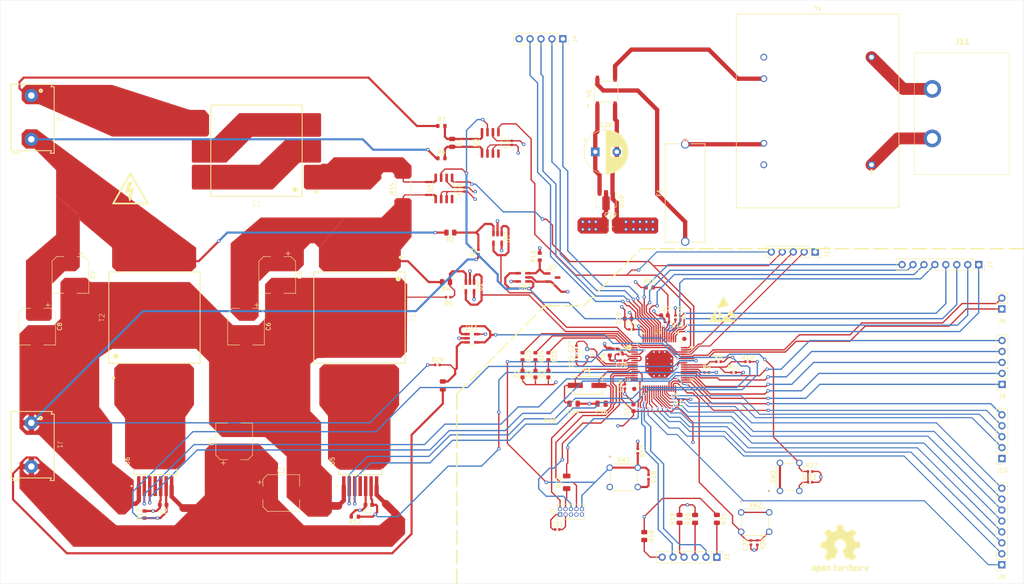
<source format=kicad_pcb>
(kicad_pcb (version 20241229) (generator "pcbnew") (generator_version "9.0")
  (title_block (title "Solar Inverter") (date "2025-05-26") (rev "0.3.4") (company "Cezar-Octavian Bontaș"))
  (layers (0 "F.Cu" signal) (4 "In1.Cu" signal) (6 "In2.Cu" signal) (2 "B.Cu" signal) (13 "F.Paste" user) (15 "B.Paste" user) (5 "F.SilkS" user "F.Silkscreen") (7 "B.SilkS" user "B.Silkscreen") (1 "F.Mask" user) (3 "B.Mask" user) (25 "Edge.Cuts" user))
  (net 0 "")
  (net 1 "/H-Bridge/IS_{A}")
  (net 2 "GNDD")
  (net 3 "/H-Bridge/IS_{B}")
  (net 4 "GND")
  (net 5 "+24V")
  (net 6 "/H-Bridge/IS_OUT_{A}")
  (net 7 "/H-Bridge/V_OUT_{B}")
  (net 8 "+3V3")
  (net 9 "/MCU Power/VDDA")
  (net 10 "/MCU Power/~{XRES_{MCU}}")
  (net 11 "/H-Bridge/V_{REF}")
  (net 12 "Net-(U9A-VCCD)")
  (net 13 "/MCU IO/USER_{1}")
  (net 14 "/MCU IO/HIB")
  (net 15 "/MCU IO/ECO_IN")
  (net 16 "/MCU IO/WCO_IN")
  (net 17 "/MCU IO/ECO_OUT")
  (net 18 "/MCU IO/WCO_OUT")
  (net 19 "Net-(D4-+)")
  (net 20 "Net-(D1-A)")
  (net 21 "Net-(D2-A)")
  (net 22 "Net-(D3-A)")
  (net 23 "Net-(D4-Pad4)")
  (net 24 "Net-(D4-Pad3)")
  (net 25 "Net-(F1-Pad1)")
  (net 26 "/H-Bridge/V_OUT_{A}")
  (net 27 "/MCU IO/DFU_{1}")
  (net 28 "Net-(J3-Pin_4)")
  (net 29 "Net-(J3-Pin_1)")
  (net 30 "/MCU IO/DFU_{2}")
  (net 31 "Net-(J3-Pin_6)")
  (net 32 "Net-(J3-Pin_3)")
  (net 33 "/MCU IO/DFU_{CS}")
  (net 34 "/MCU IO/DFU_{MISO}")
  (net 35 "/MCU IO/DFU_{RX}")
  (net 36 "/MCU IO/DFU_{TX}")
  (net 38 "Net-(J5-SWCLK{slash}TCK)")
  (net 39 "/MCU IO/TDO")
  (net 40 "/MCU IO/SWDIO")
  (net 41 "/MCU IO/TDI")
  (net 42 "Net-(J6-Pin_2)")
  (net 43 "Net-(J7-Pin_8)")
  (net 44 "Net-(J7-Pin_7)")
  (net 45 "Net-(J7-Pin_5)")
  (net 46 "Net-(J7-Pin_6)")
  (net 47 "Net-(J7-Pin_4)")
  (net 48 "Net-(J7-Pin_2)")
  (net 49 "Net-(J7-Pin_1)")
  (net 50 "Net-(J7-Pin_3)")
  (net 51 "Net-(J8-Pin_2)")
  (net 52 "Net-(J8-Pin_6)")
  (net 53 "Net-(J8-Pin_8)")
  (net 54 "Net-(J8-Pin_3)")
  (net 55 "Net-(J8-Pin_4)")
  (net 56 "Net-(J8-Pin_7)")
  (net 57 "Net-(J8-Pin_5)")
  (net 58 "Net-(J8-Pin_1)")
  (net 59 "Net-(J9-Pin_3)")
  (net 60 "Net-(J9-Pin_1)")
  (net 61 "Net-(J9-Pin_4)")
  (net 62 "Net-(J9-Pin_5)")
  (net 63 "Net-(J9-Pin_2)")
  (net 64 "Net-(J10-Pin_3)")
  (net 65 "Net-(J10-Pin_5)")
  (net 66 "Net-(J10-Pin_4)")
  (net 67 "Net-(J10-Pin_2)")
  (net 68 "Net-(J11-L)")
  (net 69 "Net-(J11-N)")
  (net 70 "Net-(U1-+)")
  (net 71 "Net-(U2-+)")
  (net 72 "/H-Bridge/IN_{A}")
  (net 73 "Net-(U5-IN)")
  (net 74 "Net-(U6-IN)")
  (net 75 "/H-Bridge/IN_{B}")
  (net 76 "Net-(U5-INH)")
  (net 77 "/H-Bridge/INH")
  (net 78 "Net-(U6-INH)")
  (net 79 "/H-Bridge/IS_OUT_{B}")
  (net 80 "Net-(U7-K)")
  (net 81 "/MCU IO/SWCLK")
  (net 82 "Net-(U9B-P9.1)")
  (net 83 "Net-(U9B-P9.2)")
  (net 84 "Net-(U9B-P9.3)")
  (net 85 "Net-(U11-+)")
  (net 86 "/H-Bridge/H_{1-3}OUT")
  (net 87 "/H-Bridge/H_{2-4}OUT")
  (net 88 "Net-(T3-Pad10)")
  (net 89 "Net-(T3-Pad11)")
  (net 92 "/H-Bridge/VS_{C2}")
  (net 93 "/H-Bridge/VS_{C1}")
  (net 94 "/H-Bridge/VS_{AC}")
  (net 95 "/H-Bridge/IS_{AC}")
  (net 99 "/H-Bridge/V_{SOURCE}")
  (net 100 "Net-(U3-IN+)")
  (net 101 "Net-(U3-IN-)")
  (footprint "Capacitor_SMD:C_0402_1005Metric" (layer "F.Cu") (at 169.52 97)
    (property "Reference" "C14")
    (property "Value" "0.1uF")
  )
  (footprint "Resistor_SMD:R_0603_1608Metric" (layer "F.Cu") (at 173.75 87.25)
    (property "Reference" "R16")
    (property "Value" "1R")
  )
  (footprint "B3F-1000:SW_B3F-1000_OMR" (layer "F.Cu") (at 164.499999 129.1049)
    (property "Reference" "SW1")
    (property "Value" "SW_Push_Dual")
  )
  (footprint "Capacitor_SMD:CP_Elec_8x10" (layer "F.Cu") (at 88.25 135)
    (property "Reference" "C3")
    (property "Value" "100uF")
  )
  (footprint "Capacitor_SMD:C_0805_2012Metric" (layer "F.Cu") (at 162.6 114.25 180)
    (property "Reference" "C26")
    (property "Value" "22pF")
  )
  (footprint "Eagle_WE-FLEX (rev24a):WE-FLEX_EFD20" (layer "F.Cu") (at 106.4 94.25 -90)
    (property "Reference" "T1")
    (property "Value" "12uH, 1.7A")
  )
  (footprint "Capacitor_SMD:CP_Elec_8x10" (layer "F.Cu") (at 31.6 96.35 -90)
    (property "Reference" "C8")
    (property "Value" "47uF")
  )
  (footprint "B3F-1000:SW_B3F-1000_OMR" (layer "F.Cu") (at 194.999998 139.5)
    (property "Reference" "SW2")
    (property "Value" "SW_Push_Dual")
  )
  (footprint "Package_TO_SOT_SMD:SOT-23-5" (layer "F.Cu") (at 132.05 87.1375 -90)
    (property "Reference" "U2")
    (property "Value" "MCP6001-OT")
  )
  (footprint "LED_SMD:LED_0603_1608Metric" (layer "F.Cu") (at 144.25 107.325 90)
    (property "Reference" "D1")
    (property "Value" "LED")
  )
  (footprint "Connector_PinHeader_1.27mm:PinHeader_2x05_P1.27mm_Vertical" (layer "F.Cu") (at 152.96 140 90)
    (property "Reference" "J5")
    (property "Value" "Conn_ARM_JTAG_SWD_10")
  )
  (footprint "Resistor_SMD:R_0402_1005Metric" (layer "F.Cu") (at 196.5 104.5 180)
    (property "Reference" "R10")
    (property "Value" "10kR")
  )
  (footprint "Resistor_SMD:R_0805_2012Metric" (layer "F.Cu") (at 126.5 86 180)
    (property "Reference" "R4")
    (property "Value" "120kR")
  )
  (footprint "Connector_PinSocket_2.54mm:PinSocket_1x05_P2.54mm_Vertical" (layer "F.Cu") (at 153.62 29.5 -90)
    (property "Reference" "J4")
    (property "Value" "Conn_01x05")
  )
  (footprint "Connector_PinSocket_2.54mm:PinSocket_1x08_P2.54mm_Vertical" (layer "F.Cu") (at 250.12 81.95 -90)
    (property "Reference" "J7")
    (property "Value" "Conn_01x08")
  )
  (footprint "TO127P1500X440-8N-1-V:TO127P1500X440-8N-1-V" (layer "F.Cu") (at 106.575 128.825 90)
    (property "Reference" "U5")
    (property "Value" "IFX007T")
  )
  (footprint "Resistor_SMD:R_0603_1608Metric" (layer "F.Cu") (at 144.25 103.25 -90)
    (property "Reference" "R23")
    (property "Value" "330R")
  )
  (footprint "Package_TO_SOT_SMD:SOT-23-5" (layer "F.Cu") (at 138.45 75.8625 -90)
    (property "Reference" "U1")
    (property "Value" "MCP6001-OT")
  )
  (footprint "Eagle_WE-FLEX (rev24a):WE-FLEX_EFD20" (layer "F.Cu") (at 58.825 94.25 90)
    (property "Reference" "T2")
    (property "Value" "12uH, 1.7A")
  )
  (footprint "Resistor_SMD:R_0603_1608Metric" (layer "F.Cu") (at 147.25 103.25 -90)
    (property "Reference" "R24")
    (property "Value" "330R")
  )
  (footprint "Package_SO:SOIC-8_3.9x4.9mm_P1.27mm" (layer "F.Cu") (at 136.75 53.6625 90)
    (property "Reference" "U3")
    (property "Value" "AD8418")
  )
  (footprint "Capacitor_SMD:C_0603_1608Metric" (layer "F.Cu") (at 168.77 94.5)
    (property "Reference" "C10")
    (property "Value" "10uF")
  )
  (footprint "LED_SMD:LED_0603_1608Metric" (layer "F.Cu") (at 147.25 107.325 90)
    (property "Reference" "D2")
    (property "Value" "LED")
  )
  (footprint "Capacitor_SMD:C_0402_1005Metric" (layer "F.Cu") (at 197.249999 146.510001 -90)
    (property "Reference" "C22")
    (property "Value" "0.1uF")
  )
  (footprint "Resistor_SMD:R_0603_1608Metric" (layer "F.Cu") (at 148.25 80.075 -90)
    (property "Reference" "R15")
    (property "Value" "8kR")
  )
  (footprint "Package_TO_SOT_SMD:SOT-23-5" (layer "F.Cu") (at 132.5 99.05)
    (property "Reference" "U11")
    (property "Value" "MCP6001-OT")
  )
  (footprint "Crystal:Crystal_DS26_D2.0mm_L6.0mm_Vertical" (layer "F.Cu") (at 159.25 103.45 90)
    (property "Reference" "Y2")
    (property "Value" "32.786KHz")
  )
  (footprint "Resistor_SMD:R_0805_2012Metric" (layer "F.Cu") (at 189.36 141 -90)
    (property "Reference" "R21")
    (property "Value" "1kR")
  )
  (footprint "Capacitor_SMD:C_0402_1005Metric" (layer "F.Cu") (at 156.77 103.93 90)
    (property "Reference" "C25")
    (property "Value" "8pF")
  )
  (footprint "Capacitor_SMD:C_0402_1005Metric" (layer "F.Cu") (at 167 102.75)
    (property "Reference" "C13")
    (property "Value" "0.1uF")
  )
  (footprint "Capacitor_SMD:C_0402_1005Metric" (layer "F.Cu") (at 156.77 101.25 -90)
    (property "Reference" "C27")
    (property "Value" "8pF")
  )
  (footprint "Resistor_SMD:R_0805_2012Metric" (layer "F.Cu") (at 172.5 145 -90)
    (property "Reference" "R18")
    (property "Value" "1kR")
  )
  (footprint "Resistor_SMD:R_0402_1005Metric" (layer "F.Cu") (at 134 79 90)
    (property "Reference" "R3")
    (property "Value" "10kR")
  )
  (footprint "Connector_PinSocket_2.54mm:PinSocket_1x08_P2.54mm_Vertical" (layer "F.Cu") (at 255.5 151.66 180)
    (property "Reference" "J8")
    (property "Value" "Conn_01x08")
  )
  (footprint "Resistor_SMD:R_0603_1608Metric" (layer "F.Cu") (at 56.5 140 90)
    (property "Reference" "R13")
    (property "Value" "330R")
  )
  (footprint "Capacitor_SMD:C_0603_1608Metric" (layer "F.Cu") (at 170 115.2 -90)
    (property "Reference" "C11")
    (property "Value" "10uF")
  )
  (footprint "Resistor_SMD:R_0402_1005Metric" (layer "F.Cu") (at 124.5 105.25)
    (property "Reference" "R29")
    (property "Value" "10kR")
  )
  (footprint "Myrra_44229:44230_MYR" (layer "F.Cu") (at 225.250001 58.750001 180)
    (property "Reference" "T4")
    (property "Value" "Transformer_1P_1S")
  )
  (footprint "Connector_PinSocket_2.54mm:PinSocket_1x02_P2.54mm_Vertical" (layer "F.Cu") (at 255.5 92.25 180)
    (property "Reference" "J6")
    (property "Value" "Conn_01x02")
  )
  (footprint "Capacitor_SMD:CP_Elec_8x10" (layer "F.Cu") (at 39.325 84.35 -90)
    (property "Reference" "C7")
    (property "Value" "47uF")
  )
  (footprint "Capacitor_SMD:C_0402_1005Metric" (layer "F.Cu") (at 141.75 53.6625 90)
    (property "Reference" "C31")
    (property "Value" "0.1uF")
  )
  (footprint "Wurth-WR-TBL Series:691216610002_Handsolder" (layer "F.Cu") (at 30.25 123.775 -90)
    (property "Reference" "J1")
    (property "Value" "Screw_Terminal_01x02")
  )
  (footprint "Package_TO_SOT_SMD:SOT-23-5" (layer "F.Cu") (at 144.3875 84.9 180)
    (property "Reference" "U8")
    (property "Value" "MCP6001-OT")
  )
  (footprint "Symbol:OSHW-Logo2_14.6x12mm_SilkScreen" (layer "F.Cu") (at 218 148)
    (property "Reference" "#SYM1" (hide yes))
    (property "Value" "OSHW-Logo2_14.6x12mm_SilkScreen" (hide yes))
  )
  (footprint "Capacitor_SMD:C_0402_1005Metric" (layer "F.Cu") (at 167.5 104.25 180)
    (property "Reference" "C20")
    (property "Value" "4.7uF")
  )
  (footprint "Resistor_SMD:R_2512_6332Metric" (layer "F.Cu") (at 116.575 64.2875 90)
    (property "Reference" "R14")
    (property "Value" "0.01R")
  )
  (footprint "SamacSys_Parts:ABLS7" (layer "F.Cu") (at 159.25 110)
    (property "Reference" "Y1")
    (property "Value" "16MHz" (hide yes))
  )
  (footprint "Connector_PinSocket_2.54mm:PinSocket_1x05_P2.54mm_Vertical" (layer "F.Cu") (at 212.16 79 -90)
    (property "Reference" "J12")
    (property "Value" "Conn_01x05")
  )
  (footprint "Resistor_SMD:R_0603_1608Metric" (layer "F.Cu") (at 150.25 103.25 -90)
    (property "Reference" "R25")
    (property "Value" "330R")
  )
  (footprint "Capacitor_SMD:C_0402_1005Metric" (layer "F.Cu") (at 179.75 94.23 90)
    (property "Reference" "C19")
    (property "Value" "0.22uF")
  )
  (footprint "Resistor_SMD:R_0805_2012Metric" (layer "F.Cu") (at 184.3 141.0125 90)
    (property "Reference" "R20")
    (property "Value" "1kR")
  )
  (footprint "MDB6S:BR_Micro-DIP4_OSI" (layer "F.Cu") (at 163.682321 41.7528 90)
    (property "Reference" "D4")
    (property "Value" "MDB6S")
  )
  (footprint "Resistor_SMD:R_0805_2012Metric" (layer "F.Cu") (at 180.7 141.0125 90)
    (property "Reference" "R19")
    (property "Value" "1kR")
  )
  (footprint "Connector_PinSocket_2.54mm:PinSocket_1x05_P2.54mm_Vertical" (layer "F.Cu") (at 255.525 127 180)
    (property "Reference" "J10")
    (property "Value" "Conn_01x05")
  )
  (footprint "Capacitor_SMD:C_0402_1005Metric" (layer "F.Cu") (at 130.75 64.5 90)
    (property "Reference" "C30")
    (property "Value" "0.1uF")
  )
  (footprint "Capacitor_SMD:C_1206_3216Metric" (layer "F.Cu") (at 164.657323 72.25)
    (property "Reference" "C29")
    (property "Value" "22uF")
  )
  (footprint "Resistor_SMD:R_0805_2012Metric" (layer "F.Cu") (at 127.912496 53.6625 -90)
    (property "Reference" "R1")
    (property "Value" "1kR")
  )
  (footprint "Resistor_SMD:R_0402_1005Metric" (layer "F.Cu") (at 193.25 107)
    (property "Reference" "R11")
    (property "Value" "10kR")
  )
  (footprint "Capacitor_SMD:C_0402_1005Metric" (layer "F.Cu") (at 168 110.25 90)
    (property "Reference" "C16")
    (property "Value" "0.1uF")
  )
  (footprint "Capacitor_THT:CP_Radial_D10.0mm_P5.00mm" (layer "F.Cu") (at 161.132323 55.75)
    (property "Reference" "C28")
    (property "Value" "2200uF")
  )
  (footprint "Wurth-WR-TBL Series:691216610002_Handsolder" (layer "F.Cu") (at 30.25 47.75 -90)
    (property "Reference" "J2")
    (property "Value" "Screw_Terminal_01x02")
  )
  (footprint "Capacitor_SMD:C_0402_1005Metric" (layer "F.Cu") (at 177.77 95.25)
    (property "Reference" "C15")
    (property "Value" "0.1uF")
  )
  (footprint "Package_TO_SOT_SMD:SOT-89-3" (layer "F.Cu") (at 163.632323 67.25 -90)
    (property "Reference" "U10")
    (property "Value" "AZ1117CR2-3.3")
  )
  (footprint "Resistor_SMD:R_0402_1005Metric" (layer "F.Cu") (at 211.010001 130)
    (property "Reference" "R27")
    (property "Value" "4k7R")
  )
  (footprint "Capacitor_SMD:C_0603_1608Metric" (layer "F.Cu") (at 164.5 102.25 90)
    (property "Reference" "C9")
    (property "Value" "10uF")
  )
  (footprint "Capacitor_SMD:CP_Elec_8x10" (layer "F.Cu") (at 80.075 96.35 -90)
    (property "Reference" "C6")
    (property "Value" "47uF")
  )
  (footprint "Connector_PinHeader_2.54mm:PinHeader_1x06_P2.54mm_Vertical" (layer "F.Cu") (at 189.36 149.9 -90)
    (property "Reference" "J3")
    (property "Value" "Conn_01x06")
  )
  (footprint "Package_TO_SOT_SMD:SOT-23-3" (layer "F.Cu") (at 151.25 84.95)
    (property "Reference" "U7")
    (property "Value" "LM4040DIM3-2.5")
  )
  (footprint "Capacitor_SMD:C_0402_1005Metric" (layer "F.Cu") (at 173.499999 131.2849 -90)
    (property "Reference" "C18")
    (property "Value" "0.1uF")
  )
  (footprint "Resistor_SMD:R_0402_1005Metric" (layer "F.Cu") (at 198.749999 146.510001 -90)
    (property "Reference" "R26")
    (property "Value" "4k7R")
  )
  (footprint "Capacitor_SMD:C_0805_2012Metric" (layer "F.Cu") (at 156.1 114.25)
    (property "Reference" "C24")
    (property "Value" "22pF")
  )
  (footprint "Eagle_WE-FLEX (rev24a):WE-FLEX_EFD20" (layer "F.Cu") (at 82.5 55.5 180)
    (property "Reference" "T3")
    (property "Value" "12uH, 1.7A")
  )
  (footprint "Resistor_SMD:R_0402_1005Metric" (layer "F.Cu") (at 187 107)
    (property "Reference" "R9")
    (property "Value" "10kR")
  )
  (footprint "LQFP50P1200X1200X160-65N:LQFP50P1200X1200X160-65N" (layer "F.Cu") (at 176 105)
    (property "Reference" "U9")
    (property "Value" "PSC3M5_E-LQFP-64")
  )
  (footprint "Capacitor_SMD:C_0402_1005Metric" (layer "F.Cu") (at 180.98 113.25 180)
    (property "Reference" "C17")
    (property "Value" "0.1uF")
  )
  (footprint "Resistor_SMD:R_0805_2012Metric" (layer "F.Cu") (at 125.75 110 -90)
    (property "Reference" "R28")
    (property "Value" "120kR")
  )
  (footprint "Capacitor_SMD:C_0402_1005Metric" (layer "F.Cu") (at 211 132.5)
    (property "Reference" "C23")
    (property "Value" "0.1uF")
  )
  (footprint "IEC C8 4300-0103:43000103" (layer "F.Cu") (at 239.350001 52.632324 90)
    (property "Reference" "J11")
    (property "Value" "IEC_60320_C8_Receptacle" (hide yes))
  )
  (footprint "Resistor_SMD:R_0603_1608Metric" (layer "F.Cu") (at 125.412496 49.742495)
    (property "Reference" "R7")
    (property "Value" "240kR")
  )
  (footprint "Capacitor_SMD:C_0603_1608Metric" (layer "F.Cu") (at 60.85 137.75 180)
    (property "Reference" "C2")
    (property "Value" "1nF")
  )
  (footprint "Resistor_SMD:R_0603_1608Metric" (layer "F.Cu") (at 125.412496 57.242495)
    (property "Reference" "R6")
    (property "Value" "240kR")
  )
  (footprint "Symbol:Symbol_HighVoltage_Triangle_8x7mm_Copper" (layer "F.Cu") (at 53.25 64.25)
    (property "Reference" "#SYM3" (hide yes))
    (property "Value" "Symbol_HighVoltage_Triangle_8x7mm_Copper" (hide yes))
  )
  (footprint "Resistor_SMD:R_0402_1005Metric" (layer "F.Cu") (at 127 89.5)
    (property "Reference" "R5")
    (property "Value" "10kR")
  )
  (footprint "Resistor_SMD:R_0805_2012Metric" (layer "F.Cu") (at 127.5 74.5 180)
    (property "Reference" "R2")
    (property "Value" "120kR")
  )
  (footprint "Resistor_SMD:R_0402_1005Metric" (layer "F.Cu") (at 171 125.25 -90)
    (property "Reference" "R17")
    (property "Value" "4k7R")
  )
  (footprint "TO127P1500X440-8N-1-V:TO127P1500X440-8N-1-V" (layer "F.Cu") (at 59 128.825 90)
    (property "Reference" "U6")
    (property "Value" "IFX007T")
  )
  (footprint "Symbol:ESD-Logo_6.6x6mm_SilkScreen" (layer "F.Cu") (at 190.75 92.25)
    (property "Reference" "#SYM2" (hide yes))
    (property "Value" "ESD-Logo_6.6x6mm_SilkScreen" (hide yes))
  )
  (footprint "MC000827:FUSE_MC000827_MTC" (layer "F.Cu") (at 182 53.99595 90)
    (property "Reference" "F1")
    (property "Value" "MC000827")
  )
  (footprint "Capacitor_SMD:C_0603_1608Metric" (layer "F.Cu") (at 177.205 93.75)
    (property "Reference" "C12")
    (property "Value" "10uF")
  )
  (footprint "Resistor_SMD:R_0603_1608Metric" (layer "F.Cu") (at 105.325 140.5)
    (property "Reference" "R12")
    (property "Value" "330R")
  )
  (footprint "Connector_PinSocket_2.54mm:PinSocket_1x05_P2.54mm_Vertical" (layer "F.Cu") (at 255.55 109.75 180)
    (property "Reference" "J9")
    (property "Value" "Conn_01x05")
  )
  (footprint "Capacitor_SMD:CP_Elec_8x10" (layer "F.Cu") (at 77.325 123 90)
    (property "Reference" "C4")
    (property "Value" "100uF")
  )
  (footprint "Capacitor_SMD:C_0402_1005Metric" (layer "F.Cu") (at 152.31 143.475)
    (property "Reference" "C21")
    (property "Value" "0.1uF")
  )
  (footprint "Resistor_SMD:R_1206_3216Metric" (layer "F.Cu") (at 154.5 132.5 90)
    (property "Reference" "R22")
    (property "Value" "20R")
  )
  (footprint "Capacitor_SMD:CP_Elec_8x10" (layer "F.Cu") (at 87.325 84.35 -90)
    (property "Reference" "C5")
    (property "Value" "47uF")
  )
  (footprint "LED_SMD:LED_0603_1608Metric" (layer "F.Cu") (at 150.25 107.325 90)
    (property "Reference" "D3")
    (property "Value" "LED")
  )
  (footprint "B3F-1000:SW_B3F-1000_OMR" (layer "F.Cu") (at 204 134.5 90)
    (property "Reference" "SW3")
    (property "Value" "SW_Push_Dual")
  )
  (footprint "Package_SO:SOIC-8_3.9x4.9mm_P1.27mm" (layer "F.Cu") (at 126 64.25 90)
    (property "Reference" "U4")
    (property "Value" "AD8418")
  )
  (footprint "Capacitor_SMD:C_0603_1608Metric" (layer "F.Cu") (at 108.575 137.75 180)
    (property "Reference" "C1")
    (property "Value" "1nF")
  )
  (footprint "Resistor_SMD:R_0402_1005Metric" (layer "F.Cu") (at 189.75 104.5 180)
    (property "Reference" "R8")
    (property "Value" "10kR")
  )
  (gr_line (start 129 156) (end 129 112) (stroke (width 0.3) (type dash)) (layer "F.SilkS"))
  (gr_line (start 158.5 91.5) (end 171.75 78.25) (stroke (width 0.3) (type dash)) (layer "F.SilkS"))
  (gr_line (start 129 112) (end 149.5 91.5) (stroke (width 0.3) (type dash)) (layer "F.SilkS"))
  (gr_line (start 171.75 78.25) (end 260.5 78.25) (stroke (width 0.3) (type dash)) (layer "F.SilkS"))
  (gr_line (start 149.5 91.5) (end 158.5 91.5) (stroke (width 0.3) (type dash)) (layer "F.SilkS"))
  (gr_rect (start 23 20.5) (end 260.5 156) (stroke (width 0.05)) (fill no) (layer "Edge.Cuts"))
  (segment (start 110.05 139.95) (end 109.5 140.5) (width 0.5) (layer "F.Cu") (net 1))
  (segment (start 180.25 105.75) (end 180.25 105.15) (width 0.3) (layer "F.Cu") (net 1))
  (segment (start 109.35 136.6) (end 109.35 137.75) (width 0.5) (layer "F.Cu") (net 1))
  (segment (start 138.75 124.75) (end 138.75 116.25) (width 0.3) (layer "F.Cu") (net 1))
  (segment (start 109.115 133.4) (end 109.115 136.365) (width 0.5) (layer "F.Cu") (net 1))
  (segment (start 110.5 139.5) (end 110.5 138) (width 0.5) (layer "F.Cu") (net 1))
  (segment (start 180.65 104.75) (end 181.75 104.75) (width 0.3) (layer "F.Cu") (net 1))
  (segment (start 110.25 137.75) (end 109.35 137.75) (width 0.5) (layer "F.Cu") (net 1))
  (segment (start 109.115 136.365) (end 109.35 136.6) (width 0.5) (layer "F.Cu") (net 1))
  (segment (start 180.25 105.15) (end 180.65 104.75) (width 0.3) (layer "F.Cu") (net 1))
  (segment (start 110.05 139.95) (end 110.5 139.5) (width 0.5) (layer "F.Cu") (net 1))
  (segment (start 110.5 138) (end 110.25 137.75) (width 0.5) (layer "F.Cu") (net 1))
  (segment (start 109.5 140.5) (end 106.15 140.5) (width 0.5) (layer "F.Cu") (net 1))
  (via (at 180.25 105.75) (size 0.5) (drill 0.35) (layers "F.Cu" "B.Cu") (net 1))
  (via (at 138.75 116.25) (size 0.8) (drill 0.4) (layers "F.Cu" "B.Cu") (net 1))
  (via (at 110.05 139.95) (size 0.8) (drill 0.4) (layers "F.Cu" "B.Cu") (net 1))
  (via (at 138.75 124.75) (size 0.8) (drill 0.4) (layers "F.Cu" "B.Cu") (net 1))
  (segment (start 127 128.75) (end 134.75 128.75) (width 0.3) (layer "B.Cu") (net 1))
  (segment (start 179.04148 107) (end 180.25 105.79148) (width 0.3) (layer "B.Cu") (net 1))
  (segment (start 140.5 107) (end 179.04148 107) (width 0.3) (layer "B.Cu") (net 1))
  (segment (start 138.75 108.75) (end 140.5 107) (width 0.3) (layer "B.Cu") (net 1))
  (segment (start 138.75 116.25) (end 138.75 108.75) (width 0.3) (layer "B.Cu") (net 1))
  (segment (start 180.25 105.79148) (end 180.25 105.75) (width 0.3) (layer "B.Cu") (net 1))
  (segment (start 110.05 139.95) (end 110.6 140.5) (width 0.3) (layer "B.Cu") (net 1))
  (segment (start 110.6 140.5) (end 115.25 140.5) (width 0.3) (layer "B.Cu") (net 1))
  (segment (start 134.75 128.75) (end 138.75 124.75) (width 0.3) (layer "B.Cu") (net 1))
  (segment (start 115.25 140.5) (end 127 128.75) (width 0.3) (layer "B.Cu") (net 1))
  (segment (start 153.25 88.25) (end 154.75 88.25) (width 0.5) (layer "F.Cu") (net 2))
  (segment (start 213.5 131.25) (end 213.5 130.5) (width 0.3) (layer "F.Cu") (net 2))
  (segment (start 151.425 109.825) (end 152 109.25) (width 0.3) (layer "F.Cu") (net 2))
  (segment (start 165.204823 66.704823) (end 165.204823 65.3) (width 1) (layer "F.Cu") (net 2))
  (segment (start 131.3625 99.05) (end 129.5 99.05) (width 0.5) (layer "F.Cu") (net 2))
  (segment (start 106.5 139) (end 105.5 139) (width 0.5) (layer "F.Cu") (net 2))
  (segment (start 177.29 94.61) (end 176.43 93.75) (width 0.3) (layer "F.Cu") (net 2))
  (segment (start 136.77 54.1425) (end 136.115 54.7975) (width 0.25) (layer "F.Cu") (net 2))
  (segment (start 174.73 92.75) (end 174.73 92.98) (width 0.3) (layer "F.Cu") (net 2))
  (segment (start 142.77 54.1425) (end 141.75 54.1425) (width 0.3) (layer "F.Cu") (net 2))
  (segment (start 180.7 138.3) (end 180.7 140.1) (width 0.3) (layer "F.Cu") (net 2))
  (segment (start 126.635 66.725) (end 126.635 65.345) (width 0.25) (layer "F.Cu") (net 2))
  (segment (start 137.385 55.0075) (end 138.25 54.1425) (width 0.25) (layer "F.Cu") (net 2))
  (segment (start 179.75 93.75) (end 179.75 92) (width 0.3) (layer "F.Cu") (net 2))
  (segment (start 165.732319 44.75) (end 165.732319 48.232319) (width 1) (layer "F.Cu") (net 2))
  (segment (start 156.77 102.5) (end 156.77 103.45) (width 0.3) (layer "F.Cu") (net 2))
  (segment (start 60.27 133.4) (end 60.27 136.73) (width 0.5) (layer "F.Cu") (net 2))
  (segment (start 167.995 92.475) (end 167.27 91.75) (width 0.3) (layer "F.Cu") (net 2))
  (segment (start 150.25 109.825) (end 151.425 109.825) (width 0.3) (layer "F.Cu") (net 2))
  (segment (start 138.25 54.1425) (end 136.77 54.1425) (width 0.25) (layer "F.Cu") (net 2))
  (segment (start 165.732319 48.232319) (end 166.132323 48.632323) (width 1) (layer "F.Cu") (net 2))
  (segment (start 125.77 64.98) (end 125.365 65.385) (width 0.25) (layer "F.Cu") (net 2))
  (segment (start 147.4 85.9) (end 150.1125 85.9) (width 0.5) (layer "F.Cu") (net 2))
  (segment (start 166.132323 72.25) (end 166.132323 67.632323) (width 1) (layer "F.Cu") (net 2))
  (segment (start 107 139) (end 107.8 138.2) (width 0.5) (layer "F.Cu") (net 2))
  (segment (start 147.25 109.825) (end 145.075 109.825) (width 0.3) (layer "F.Cu") (net 2))
  (segment (start 166.132323 48.632323) (end 166.132323 55.75) (width 1) (layer "F.Cu") (net 2))
  (segment (start 164.5 104) (end 164.75 104.25) (width 0.5) (layer "F.Cu") (net 2))
  (segment (start 213.5 130.5) (end 213 130) (width 0.3) (layer "F.Cu") (net 2))
  (segment (start 58.5 139.175) (end 56.5 139.175) (width 0.5) (layer "F.Cu") (net 2))
  (segment (start 149.5 109.825) (end 150.25 109.825) (width 0.3) (layer "F.Cu") (net 2))
  (segment (start 168.52 97) (end 167.995 96.475) (width 0.3) (layer "F.Cu") (net 2))
  (segment (start 213 132.5) (end 211.48 132.5) (width 0.3) (layer "F.Cu") (net 2))
  (segment (start 197.25 148) (end 197.5 148.25) (width 0.3) (layer "F.Cu") (net 2))
  (segment (start 175.5 93.75) (end 176.43 93.75) (width 0.3) (layer "F.Cu") (net 2))
  (segment (start 145.075 109.825) (end 144.25 109) (width 0.3) (layer "F.Cu") (net 2))
  (segment (start 150.1125 85.9) (end 150.9 85.9) (width 0.5) (layer "F.Cu") (net 2))
  (segment (start 107.8 138.2) (end 107.8 137.75) (width 0.5) (layer "F.Cu") (net 2))
  (segment (start 147.25 108.1125) (end 147.25 109.825) (width 0.3) (layer "F.Cu") (net 2))
  (segment (start 164.5 103.025) (end 164.5 104) (width 0.5) (layer "F.Cu") (net 2))
  (segment (start 166.132323 59.367677) (end 165.132323 60.367677) (width 1) (layer "F.Cu") (net 2))
  (segment (start 137.385 56.1375) (end 137.385 55.0075) (width 0.25) (layer "F.Cu") (net 2))
  (segment (start 173.5 133.25) (end 173.499999 131.7649) (width 0.5) (layer "F.Cu") (net 2))
  (segment (start 170 114.425) (end 170 114) (width 0.3) (layer "F.Cu") (net 2))
  (segment (start 60.27 136.73) (end 60.075 136.925) (width 0.5) (layer "F.Cu") (net 2))
  (segment (start 145.525 84.9) (end 146.4 84.9) (width 0.5) (layer "F.Cu") (net 2))
  (segment (start 213.5 131.25) (end 213.5 132) (width 0.3) (layer "F.Cu") (net 2))
  (segment (start 59.325 139.175) (end 60.075 138.425) (width 0.5) (layer "F.Cu") (net 2))
  (segment (start 60.075 138.425) (end 60.075 137.75) (width 0.5) (layer "F.Cu") (net 2))
  (segment (start 171.000001 133.604901) (end 173.145099 133.604901) (width 0.5) (layer "F.Cu") (net 2))
  (segment (start 150.25 108.1125) (end 150.25 109.825) (width 0.3) (layer "F.Cu") (net 2))
  (segment (start 183.75 137.75) (end 182.5 137.75) (width 0.3) (layer "F.Cu") (net 2))
  (segment (start 149.5 109.825) (end 147.25 109.825) (width 0.3) (layer "F.Cu") (net 2))
  (segment (start 132.05 86) (end 132.05 84.45) (width 0.5) (layer "F.Cu") (net 2))
  (segment (start 138.45 74.725) (end 138.45 71.8) (width 0.5) (layer "F.Cu") (net 2))
  (segment (start 58.5 139.175) (end 59.325 139.175) (width 0.5) (layer "F.Cu") (net 2))
  (segment (start 213 130) (end 211.520001 130) (width 0.3) (layer "F.Cu") (net 2))
  (segment (start 143.25 54.6225) (end 142.77 54.1425) (width 0.3) (layer "F.Cu") (net 2))
  (segment (start 144.25 109) (end 144.25 108.1125) (width 0.3) (layer "F.Cu") (net 2))
  (segment (start 181.25 137.75) (end 180.7 138.3) (width 0.3) (layer "F.Cu") (net 2))
  (segment (start 182.5 137.75) (end 181.25 137.75) (width 0.3) (layer "F.Cu") (net 2))
  (segment (start 198.75 148) (end 198.749999 147.020001) (width 0.3) (layer "F.Cu") (net 2))
  (segment (start 184.3 140.1) (end 184.3 138.3) (width 0.3) (layer "F.Cu") (net 2))
  (segment (start 127 64.98) (end 125.77 64.98) (width 0.25) (layer "F.Cu") (net 2))
  (segment (start 165.75 103) (end 165.75 104.25) (width 0.3) (layer "F.Cu") (net 2))
  (segment (start 125.365 65.385) (end 125.365 66.725) (width 0.25) (layer "F.Cu") (net 2))
  (segment (start 166.132323 55.75) (end 166.132323 59.367677) (width 1) (layer "F.Cu") (net 2))
  (segment (start 181.46 113.25) (end 183.25 113.25) (width 0.3) (layer "F.Cu") (net 2))
  (segment (start 169.04 97) (end 168.52 97) (width 0.3) (layer "F.Cu") (net 2))
  (segment (start 167.995 94.5) (end 167.995 92.475) (width 0.3) (layer "F.Cu") (net 2))
  (segment (start 136.115 54.7975) (end 136.115 56.1375) (width 0.25) (layer "F.Cu") (net 2))
  (segment (start 197.5 148.25) (end 198 148.25) (width 0.3) (layer "F.Cu") (net 2))
  (segment (start 107.845 137.705) (end 107.8 137.75) (width 0.5) (layer "F.Cu") (net 2))
  (segment (start 146.4 84.9) (end 147.4 85.9) (width 0.5) (layer "F.Cu") (net 2))
  (segment (start 156.77 101.73) (end 156.77 102.5) (width 0.3) (layer "F.Cu") (net 2))
  (segment (start 104.5 140) (end 104.5 140.5) (width 0.5) (layer "F.Cu") (net 2))
  (segment (start 166 102.75) (end 165.75 103) (width 0.3) (layer "F.Cu") (net 2))
  (segment (start 170 114) (end 168 112) (width 0.3) (layer "F.Cu") (net 2))
  (segment (start 165.132323 60.367677) (end 165.132323 65.3) (width 1) (layer "F.Cu") (net 2))
  (segment (start 173.145099 133.604901) (end 173.5 133.25) (width 0.5) (layer "F.Cu") (net 2))
  (segment (start 60.075 136.925) (end 60.075 137.75) (width 0.5) (layer "F.Cu") (net 2))
  (segment (start 154.23 142.805) (end 154.23 140) (width 0.3) (layer "F.Cu") (net 2))
  (segment (start 152 87) (end 153.25 88.25) (width 0.5) (layer "F.Cu") (net 2))
  (segment (start 166.52 102.75) (end 166 102.75) (width 0.3) (layer "F.Cu") (net 2))
  (segment (start 130.75 64.98) (end 127 64.98) (width 0.25) (layer "F.Cu") (net 2))
  (segment (start 105.5 139) (end 104.5 140) (width 0.5) (layer "F.Cu") (net 2))
  (segment (start 150.9 85.9) (end 152 87) (width 0.5) (layer "F.Cu") (net 2))
  (segment (start 177.29 95.25) (end 177.29 94.61) (width 0.3) (layer "F.Cu") (net 2))
  (segment (start 165.75 104.25) (end 167.02 104.25) (width 0.5) (layer "F.Cu") (net 2))
  (segment (start 152.79 143.475) (end 153.56 143.475) (width 0.3) (layer "F.Cu") (net 2))
  (segment (start 164.75 104.25) (end 165.75 104.25) (width 0.5) (layer "F.Cu") (net 2))
  (segment (start 133.25 66.75) (end 131.48 64.98) (width 0.3) (layer "F.Cu") (net 2))
  (segment (start 153.56 143.475) (end 154.23 142.805) (width 0.3) (layer "F.Cu") (net 2))
  (segment (start 184.3 138.3) (end 183.75 137.75) (width 0.3) (layer "F.Cu") (net 2))
  (segment (start 166.132323 67.632323) (end 165.204823 66.704823) (width 1) (layer "F.Cu") (net 2))
  (segment (start 143.25 56) (end 143.25 54.6225) (width 0.3) (layer "F.Cu") (net 2))
  (segment (start 132.05 84.45) (end 132.05 83.45) (width 0.5) (layer "F.Cu") (net 2))
  (segment (start 174.73 92.98) (end 175.5 93.75) (width 0.3) (layer "F.Cu") (net 2))
  (segment (start 159.75 114.25) (end 157.05 114.25) (width 0.5) (layer "F.Cu") (net 2))
  (segment (start 107.845 133.4) (end 107.845 137.705) (width 0.5) (layer "F.Cu") (net 2))
  (segment (start 159.75 114.25) (end 161.65 114.25) (width 0.5) (layer "F.Cu") (net 2))
  (segment (start 167.995 96.475) (end 167.995 94.5) (width 0.3) (layer "F.Cu") (net 2))
  (segment (start 126.635 65.345) (end 127 64.98) (width 0.25) (layer "F.Cu") (net 2))
  (segment (start 198 148.25) (end 198.5 148.25) (width 0.3) (layer "F.Cu") (net 2))
  (segment (start 198.5 148.25) (end 198.75 148) (width 0.3) (layer "F.Cu") (net 2))
  (segment (start 168 112) (end 168 110.73) (width 0.3) (layer "F.Cu") (net 2))
  (segment (start 106.5 139) (end 107 139) (width 0.5) (layer "F.Cu") (net 2))
  (segment (start 131.48 64.98) (end 130.75 64.98) (width 0.3) (layer "F.Cu") (net 2))
  (segment (start 197.249999 146.990001) (end 197.25 148) (width 0.3) (layer "F.Cu") (net 2))
  (segment (start 213.5 132) (end 213 132.5) (width 0.3) (layer "F.Cu") (net 2))
  (segment (start 141.75 54.1425) (end 138.25 54.1425) (width 0.3) (layer "F.Cu") (net 2))
  (via (at 129.5 99.05) (size 0.8) (drill 0.4) (layers "F.Cu" "B.Cu") (net 2))
  (via (at 106.5 139) (size 0.8) (drill 0.4) (layers "F.Cu" "B.Cu") (net 2))
  (via (at 179.75 92) (size 0.8) (drill 0.4) (layers "F.Cu" "B.Cu") (net 2))
  (via (at 170 72) (size 0.8) (drill 0.4) (layers "F.Cu" "B.Cu") (net 2))
  (via (at 177.25 102.25) (size 0.5) (drill 0.35) (layers "F.Cu" "B.Cu") (net 2))
  (via (at 177.25 107.75) (size 0.5) (drill 0.35) (layers "F.Cu" "B.Cu") (net 2))
  (via (at 174.5 73.75) (size 0.8) (drill 0.4) (layers "F.Cu" "B.Cu") (net 2))
  (via (at 173.25 105) (size 0.5) (drill 0.35) (layers "F.Cu" "B.Cu") (net 2))
  (via (at 165.75 104.25) (size 0.8) (drill 0.4) (layers "F.Cu" "B.Cu") (net 2))
  (via (at 133.25 66.75) (size 0.8) (drill 0.4) (layers "F.Cu" "B.Cu") (net 2))
  (via (at 156.77 102.5) (size 0.5) (drill 0.35) (layers "F.Cu" "B.Cu") (net 2))
  (via (at 152 109.25) (size 0.8) (drill 0.4) (layers "F.Cu" "B.Cu") (net 2))
  (via (at 173.25 106.25) (size 0.5) (drill 0.35) (layers "F.Cu" "B.Cu") (net 2))
  (via (at 168.25 73.75) (size 0.8) (drill 0.4) (layers "F.Cu" "B.Cu") (net 2))
  (via (at 171.5 72) (size 0.8) (drill 0.4) (layers "F.Cu" "B.Cu") (net 2))
  (via (at 178.75 103.75) (size 0.5) (drill 0.35) (layers "F.Cu" "B.Cu") (net 2))
  (via (at 176 107.75) (size 0.5) (drill 0.35) (layers "F.Cu" "B.Cu") (net 2))
  (via (at 173 72) (size 0.8) (drill 0.4) (layers "F.Cu" "B.Cu") (net 2))
  (via (at 168 112) (size 0.8) (drill 0.4) (layers "F.Cu" "B.Cu") (net 2))
  (via (at 132.05 83.45) (size 0.8) (drill 0.4) (layers "F.Cu" "B.Cu") (net 2))
  (via (at 58.5 139.175) (size 0.8) (drill 0.4) (layers "F.Cu" "B.Cu") (net 2))
  (via (at 178.75 106.25) (size 0.5) (drill 0.35) (layers "F.Cu" "B.Cu") (net 2))
  (via (at 173.25 103.75) (size 0.5) (drill 0.35) (layers "F.Cu" "B.Cu") (net 2))
  (via (at 174.5 72) (size 0.8) (drill 0.4) (layers "F.Cu" "B.Cu") (net 2))
  (via (at 154.75 88.25) (size 0.8) (drill 0.4) (layers "F.Cu" "B.Cu") (net 2))
  (via (at 138.45 71.8) (size 0.8) (drill 0.4) (layers "F.Cu" "B.Cu") (net 2))
  (via (at 174.75 107.75) (size 0.5) (drill 0.35) (layers "F.Cu" "B.Cu") (net 2))
  (via (at 168.25 72) (size 0.8) (drill 0.4) (layers "F.Cu" "B.Cu") (net 2))
  (via (at 173 73.75) (size 0.8) (drill 0.4) (layers "F.Cu" "B.Cu") (net 2))
  (via (at 178.75 105) (size 0.5) (drill 0.35) (layers "F.Cu" "B.Cu") (net 2))
  (via (at 176 102.25) (size 0.5) (drill 0.35) (layers "F.Cu" "B.Cu") (net 2))
  (via (at 174.73 92.75) (size 0.8) (drill 0.4) (layers "F.Cu" "B.Cu") (net 2))
  (via (at 171.5 73.75) (size 0.8) (drill 0.4) (layers "F.Cu" "B.Cu") (net 2))
  (via (at 143.25 56) (size 0.8) (drill 0.4) (layers "F.Cu" "B.Cu") (net 2))
  (via (at 198 148.25) (size 0.8) (drill 0.4) (layers "F.Cu" "B.Cu") (net 2))
  (via (at 170 73.75) (size 0.8) (drill 0.4) (layers "F.Cu" "B.Cu") (net 2))
  (via (at 183.25 113.25) (size 0.8) (drill 0.4) (layers "F.Cu" "B.Cu") (net 2))
  (via (at 159.75 114.25) (size 0.8) (drill 0.4) (layers "F.Cu" "B.Cu") (net 2))
  (via (at 213.5 131.25) (size 0.8) (drill 0.4) (layers "F.Cu" "B.Cu") (net 2))
  (via (at 167.27 91.75) (size 0.8) (drill 0.4) (layers "F.Cu" "B.Cu") (net 2))
  (via (at 174.75 102.25) (size 0.5) (drill 0.35) (layers "F.Cu" "B.Cu") (net 2))
  (via (at 182.5 137.75) (size 0.8) (drill 0.4) (layers "F.Cu" "B.Cu") (net 2))
  (segment (start 61.54 133.4) (end 61.54 137.665) (width 0.5) (layer "F.Cu") (net 3))
  (segment (start 59.5 140.825) (end 56.5 140.825) (width 0.5) (layer "F.Cu") (net 3))
  (segment (start 60.175 140.825) (end 61.625 139.375) (width 0.5) (layer "F.Cu") (net 3))
  (segment (start 181.75 104.25) (end 184.5 104.25) (width 0.3) (layer "F.Cu") (net 3))
  (segment (start 61.625 139.375) (end 61.625 137.75) (width 0.5) (layer "F.Cu") (net 3))
  (segment (start 61.54 137.665) (end 61.625 137.75) (width 0.5) (layer "F.Cu") (net 3))
  (segment (start 59.5 140.825) (end 60.175 140.825) (width 0.5) (layer "F.Cu") (net 3))
  (via (at 59.5 140.825) (size 0.8) (drill 0.4) (layers "F.Cu" "B.Cu") (net 3))
  (via (at 184.5 104.25) (size 0.8) (drill 0.4) (layers "F.Cu" "B.Cu") (net 3))
  (segment (start 53.75 139.5) (end 55.075 140.825) (width 0.3) (layer "B.Cu") (net 3))
  (segment (start 180.75 104.25) (end 179.399 105.601) (width 0.3) (layer "B.Cu") (net 3))
  (segment (start 110.25 120.75) (end 67.75 120.75) (width 0.3) (layer "B.Cu") (net 3))
  (segment (start 136.399 105.601) (end 131.5 110.5) (width 0.3) (layer "B.Cu") (net 3))
  (segment (start 120.5 110.5) (end 110.25 120.75) (width 0.3) (layer "B.Cu") (net 3))
  (segment (start 184.5 104.25) (end 180.75 104.25) (width 0.3) (layer "B.Cu") (net 3))
  (segment (start 179.399 105.601) (end 136.399 105.601) (width 0.3) (layer "B.Cu") (net 3))
  (segment (start 53.75 134.75) (end 53.75 139.5) (width 0.3) (layer "B.Cu") (net 3))
  (segment (start 67.75 120.75) (end 53.75 134.75) (width 0.3) (layer "B.Cu") (net 3))
  (segment (start 55.075 140.825) (end 59.5 140.825) (width 0.3) (layer "B.Cu") (net 3))
  (segment (start 131.5 110.5) (end 120.5 110.5) (width 0.3) (layer "B.Cu") (net 3))
  (segment (start 134 80.25) (end 133.5 80.75) (width 0.5) (layer "F.Cu") (net 4))
  (segment (start 55.19 136.81) (end 55.19 133.4) (width 1) (layer "F.Cu") (net 4))
  (segment (start 126.49 89.5) (end 94 89.5) (width 0.25) (layer "F.Cu") (net 4))
  (segment (start 101.5 138) (end 100 138) (width 1.8) (layer "F.Cu") (net 4))
  (segment (start 102.765 133.4) (end 102.765 136.735) (width 1) (layer "F.Cu") (net 4))
  (segment (start 102.765 136.735) (end 101.5 138) (width 1) (layer "F.Cu") (net 4))
  (segment (start 49.5 137.5) (end 54.5 137.5) (width 1) (layer "F.Cu") (net 4))
  (segment (start 123.99 105.25) (end 122.25 105.25) (width 0.3) (layer "F.Cu") (net 4))
  (segment (start 134 79.51) (end 134 80.25) (width 0.5) (layer "F.Cu") (net 4))
  (segment (start 54.5 137.5) (end 55.19 136.81) (width 1) (layer "F.Cu") (net 4))
  (via (at 122.25 105.25) (size 0.8) (drill 0.4) (layers "F.Cu" "B.Cu") (net 4))
  (via (at 133.5 80.75) (size 0.8) (drill 0.4) (layers "F.Cu" "B.Cu") (net 4))
  (segment (start 108.805 118.695) (end 30.25 118.695) (width 0.3) (layer "B.Cu") (net 4))
  (segment (start 119.5 92.75) (end 56.195 92.75) (width 0.5) (layer "B.Cu") (net 4))
  (segment (start 56.195 92.75) (end 30.25 118.695) (width 0.5) (layer "B.Cu") (net 4))
  (segment (start 131.5 80.75) (end 119.5 92.75) (width 0.5) (layer "B.Cu") (net 4))
  (segment (start 122.25 105.25) (end 108.805 118.695) (width 0.3) (layer "B.Cu") (net 4))
  (segment (start 133.5 80.75) (end 131.5 80.75) (width 0.5) (layer "B.Cu") (net 4))
  (segment (start 26 136.5) (end 26 130.5) (width 0.5) (layer "F.Cu") (net 5))
  (segment (start 62.81 133.4) (end 62.81 135.81) (width 1) (layer "F.Cu") (net 5))
  (segment (start 118.5 121.5) (end 118.5 144.5) (width 0.5) (layer "F.Cu") (net 5))
  (segment (start 110.385 135.385) (end 112.5 137.5) (width 1) (layer "F.Cu") (net 5))
  (segment (start 62.81 135.81) (end 65.5 138.5) (width 1) (layer "F.Cu") (net 5))
  (segment (start 118.5 144.5) (end 114 149) (width 0.5) (layer "F.Cu") (net 5))
  (segment (start 110.385 133.4) (end 110.385 135.385) (width 1) (layer "F.Cu") (net 5))
  (segment (start 38.5 149) (end 26 136.5) (width 0.5) (layer "F.Cu") (net 5))
  (segment (start 27.645 128.855) (end 30.25 128.855) (width 0.5) (layer "F.Cu") (net 5))
  (segment (start 114 149) (end 38.5 149) (width 0.5) (layer "F.Cu") (net 5))
  (segment (start 112.5 137.5) (end 115 140) (width 1.8) (layer "F.Cu") (net 5))
  (segment (start 115 140) (end 115 142) (width 1) (layer "F.Cu") (net 5))
  (segment (start 26 130.5) (end 27.645 128.855) (width 0.5) (layer "F.Cu") (net 5))
  (segment (start 65.5 138.5) (end 69.5 138.5) (width 1.8) (layer "F.Cu") (net 5))
  (segment (start 125.75 114.25) (end 118.5 121.5) (width 0.5) (layer "F.Cu") (net 5))
  (segment (start 125.75 110.9125) (end 125.75 114.25) (width 0.5) (layer "F.Cu") (net 5))
  (segment (start 122.5 86) (end 125.5875 86) (width 0.5) (layer "F.Cu") (net 6))
  (segment (start 117.65 81.15) (end 122.5 86) (width 0.5) (layer "F.Cu") (net 6))
  (segment (start 116.575 66.175) (end 117 65.75) (width 0.3) (layer "F.Cu") (net 6))
  (segment (start 124.095 66.095) (end 124.095 67.008848) (width 0.5) (layer "F.Cu") (net 6))
  (segment (start 113.9 81.15) (end 117.65 81.15) (width 0.5) (layer "F.Cu") (net 6))
  (segment (start 117 65.75) (end 121.75 65.75) (width 0.25) (layer "F.Cu") (net 6))
  (segment (start 116.575 67.25) (end 116.575 66.175) (width 0.3) (layer "F.Cu") (net 6))
  (segment (start 121.75 65.75) (end 123.75 65.75) (width 0.5) (layer "F.Cu") (net 6))
  (segment (start 123.75 65.75) (end 124.095 66.095) (width 0.5) (layer "F.Cu") (net 6))
  (segment (start 124.587496 57.242495) (end 124.242495 57.242495) (width 0.5) (layer "F.Cu") (net 7))
  (segment (start 126.5875 74.5) (end 124 74.5) (width 0.5) (layer "F.Cu") (net 7))
  (segment (start 30.25 52.829999) (end 30.25 52.25) (width 0.5) (layer "F.Cu") (net 7))
  (segment (start 48 70) (end 51.325 73.325) (width 2.75) (layer "F.Cu") (net 7))
  (segment (start 73.75 76.5) (end 69.1 81.15) (width 0.5) (layer "F.Cu") (net 7))
  (segment (start 51.325 73.325) (end 51.325 81.15) (width 2.75) (layer "F.Cu") (net 7))
  (segment (start 39.2375 81.0125) (end 39.325 81.1) (width 0.5) (layer "F.Cu") (net 7))
  (segment (start 42.5 70) (end 48 70) (width 2.75) (layer "F.Cu") (net 7))
  (segment (start 69.1 81.15) (end 66.325 81.15) (width 0.5) (layer "F.Cu") (net 7))
  (segment (start 124.242495 57.242495) (end 122.25 55.25) (width 0.5) (layer "F.Cu") (net 7))
  (via (at 122.25 55.25) (size 0.8) (drill 0.4) (layers "F.Cu" "B.Cu") (net 7))
  (via (at 73.75 76.5) (size 0.8) (drill 0.4) (layers "F.Cu" "B.Cu") (net 7))
  (via (at 124 74.5) (size 0.8) (drill 0.4) (layers "F.Cu" "B.Cu") (net 7))
  (segment (start 109.590002 55.25) (end 107.170001 52.829999) (width 0.5) (layer "B.Cu") (net 7))
  (segment (start 75.75 74.5) (end 73.75 76.5) (width 0.5) (layer "B.Cu") (net 7))
  (segment (start 124 74.5) (end 75.75 74.5) (width 0.5) (layer "B.Cu") (net 7))
  (segment (start 107.170001 52.829999) (end 30.25 52.829999) (width 0.5) (layer "B.Cu") (net 7))
  (segment (start 122.25 55.25) (end 109.590002 55.25) (width 0.5) (layer "B.Cu") (net 7))
  (segment (start 164.5 101.475) (end 163.975 101.475) (width 0.5) (layer "F.Cu") (net 8))
  (segment (start 170.25 108.75) (end 168.5 108.75) (width 0.3) (layer "F.Cu") (net 8))
  (segment (start 171.75 103.5) (end 171.5 103.25) (width 0.3) (layer "F.Cu") (net 8))
  (segment (start 150.81 141.225) (end 150.81 142.975) (width 0.3) (layer "F.Cu") (net 8))
  (segment (start 138.27 53.1825) (end 137.385 52.2975) (width 0.3) (layer "F.Cu") (net 8))
  (segment (start 172.5 144.0875) (end 172.5 140.5) (width 0.3) (layer "F.Cu") (net 8))
  (segment (start 141.75 53.1825) (end 138.27 53.1825) (width 0.3) (layer "F.Cu") (net 8))
  (segment (start 180.25 113.25) (end 180.5 113.25) (width 0.3) (layer "F.Cu") (net 8))
  (segment (start 171.5 103.25) (end 170.25 103.25) (width 0.3) (layer "F.Cu") (net 8))
  (segment (start 163.632323 69.867677) (end 163.182323 70.317677) (width 1) (layer "F.Cu") (net 8))
  (segment (start 128.02 64.02) (end 126.635 62.635) (width 0.3) (layer "F.Cu") (net 8))
  (segment (start 176.75 136.25) (end 172.5 140.5) (width 0.3) (layer "F.Cu") (net 8))
  (segment (start 168 109.25) (end 168 109.77) (width 0.3) (layer "F.Cu") (net 8))
  (segment (start 167.25 113.25) (end 167.25 110.210001) (width 0.3) (layer "F.Cu") (net 8))
  (segment (start 167.690001 109.77) (end 168 109.77) (width 0.3) (layer "F.Cu") (net 8))
  (segment (start 170.5 86) (end 171.75 87.25) (width 0.3) (layer "F.Cu") (net 8))
  (segment (start 168.5 108.75) (end 168 109.25) (width 0.3) (layer "F.Cu") (net 8))
  (segment (start 167.48 102.440001) (end 167.48 102.75) (width 0.5) (layer "F.Cu") (net 8))
  (segment (start 133.6375 98.1) (end 135.65 98.1) (width 0.3) (layer "F.Cu") (net 8))
  (segment (start 170 115.975) (end 170.05 116.025) (width 0.3) (layer "F.Cu") (net 8))
  (segment (start 169.545 93.545) (end 169.1 93.1) (width 0.3) (layer "F.Cu") (net 8))
  (segment (start 137.385 52.2975) (end 137.385 51.1875) (width 0.3) (layer "F.Cu") (net 8))
  (segment (start 194.999998 139.5) (end 201.5 139.5) (width 0.3) (layer "F.Cu") (net 8))
  (segment (start 170 115.975) (end 170 117) (width 0.3) (layer "F.Cu") (net 8))
  (segment (start 150.81 142.975) (end 151.31 143.475) (width 0.3) (layer "F.Cu") (net 8))
  (segment (start 178.975 116.025) (end 180.1 114.9) (width 0.3) (layer "F.Cu") (net 8))
  (segment (start 204 127.999998) (end 204 134.5) (width 0.5) (layer "F.Cu") (net 8))
  (segment (start 151.31 143.475) (end 151.83 143.475) (width 0.3) (layer "F.Cu") (net 8))
  (segment (start 169.545 94.5) (end 169.545 93.545) (width 0.3) (layer "F.Cu") (net 8))
  (segment (start 170.25 104.25) (end 171.5 104.25) (width 0.3) (layer "F.Cu") (net 8))
  (segment (start 185.5225 136.25) (end 176.75 136.25) (width 0.3) (layer "F.Cu") (net 8))
  (segment (start 130.75 64.02) (end 128.02 64.02) (width 0.3) (layer "F.Cu") (net 8))
  (segment (start 152.035 140) (end 150.81 141.225) (width 0.3) (layer "F.Cu") (net 8))
  (segment (start 171.5 104.25) (end 171.75 104) (width 0.3) (layer "F.Cu") (net 8))
  (segment (start 171.75 87.25) (end 172.925 87.25) (width 0.3) (layer "F.Cu") (net 8))
  (segment (start 143.6825 53.1825) (end 144.5 54) (width 0.3) (layer "F.Cu") (net 8))
  (segment (start 133 88.275) (end 133 90) (width 0.5) (layer "F.Cu") (net 8))
  (segment (start 170 115.975) (end 169.975 115.975) (width 0.3) (layer "F.Cu") (net 8))
  (segment (start 143.25 85.85) (end 141.6 85.85) (width 0.5) (layer "F.Cu") (net 8))
  (segment (start 171.75 97) (end 170 97) (width 0.3) (layer "F.Cu") (net 8))
  (segment (start 169.545 95.525) (end 170 95.98) (width 0.3) (layer "F.Cu") (net 8))
  (segment (start 163.975 101.475) (end 163.3 100.8) (width 0.5) (layer "F.Cu") (net 8))
  (segment (start 172.25 99.25) (end 172.25 97.5) (width 0.3) (layer "F.Cu") (net 8))
  (segment (start 131.77 64.02) (end 130.75 64.02) (width 0.3) (layer "F.Cu") (net 8))
  (segment (start 169.975 115.975) (end 167.25 113.25) (width 0.3) (layer "F.Cu") (net 8))
  (segment (start 170 117) (end 167.6 119.4) (width 0.3) (layer "F.Cu") (net 8))
  (segment (start 132.75 65) (end 131.77 64.02) (width 0.3) (layer "F.Cu") (net 8))
  (segment (start 168.75 103.25) (end 168.25 102.75) (width 0.3) (layer "F.Cu") (net 8))
  (segment (start 171 124.74) (end 171 123) (width 0.5) (layer "F.Cu") (net 8))
  (segment (start 168.25 102.75) (end 167.48 102.75) (width 0.3) (layer "F.Cu") (net 8))
  (segment (start 167.25 110.210001) (end 167.690001 109.77) (width 0.3) (layer "F.Cu") (net 8))
  (segment (start 180.5 114.5) (end 180.5 113.25) (width 0.3) (layer "F.Cu") (net 8))
  (segment (start 172.25 97.5) (end 171.75 97) (width 0.3) (layer "F.Cu") (net 8))
  (segment (start 183.8 118.6) (end 183.8 123.2) (width 0.3) (layer "F.Cu") (net 8))
  (segment (start 152.96 140) (end 152.035 140) (width 0.3) (layer "F.Cu") (net 8))
  (segment (start 167.6 119.4) (end 166.4 119.4) (width 0.3) (layer "F.Cu") (net 8))
  (segment (start 148.25 79.25) (end 148.25 78.075) (width 0.5) (layer "F.Cu") (net 8))
  (segment (start 170.25 103.25) (end 168.75 103.25) (width 0.3) (layer "F.Cu") (net 8))
  (segment (start 170 95.98) (end 170 97) (width 0.3) (layer "F.Cu") (net 8))
  (segment (start 133.25 65) (end 132.75 65) (width 0.3) (layer "F.Cu") (net 8))
  (segment (start 163.182323 70.317677) (end 163.182323 72.25) (width 1) (layer "F.Cu") (net 8))
  (segment (start 171.75 104) (end 171.75 103.5) (width 0.3) (layer "F.Cu") (net 8))
  (segment (start 170.05 116.025) (end 178.975 116.025) (width 0.3) (layer "F.Cu") (net 8))
  (segment (start 164.5 101.475) (end 166.514999 101.475) (width 0.5) (layer "F.Cu") (net 8))
  (segment (start 179.75 110.75) (end 179.75 112.75) (width 0.3) (layer "F.Cu") (net 8))
  (segment (start 180.1 114.9) (end 180.5 114.5) (width 0.3) (layer "F.Cu") (net 8))
  (segment (start 163.632323 65.3875) (end 163.632323 69.867677) (width 1) (layer "F.Cu") (net 8))
  (segment (start 163.3 100.8) (end 163.3 100.3) (width 0.5) (layer "F.Cu") (net 8))
  (segment (start 169.545 94.5) (end 169.545 95.525) (width 0.3) (layer "F.Cu") (net 8))
  (segment (start 179.75 112.75) (end 180.25 113.25) (width 0.3) (layer "F.Cu") (net 8))
  (segment (start 189.36 140.0875) (end 185.5225 136.25) (width 0.3) (layer "F.Cu") (net 8))
  (segment (start 180.1 114.9) (end 183.8 118.6) (width 0.3) (layer "F.Cu") (net 8))
  (segment (start 141.75 53.1825) (end 143.6825 53.1825) (width 0.3) (layer "F.Cu") (net 8))
  (segment (start 139.4 77) (end 139.4 78.65) (width 0.5) (layer "F.Cu") (net 8))
  (segment (start 126.635 62.635) (end 126.635 61.566152) (width 0.3) (layer "F.Cu") (net 8))
  (segment (start 166.514999 101.475) (end 167.48 102.440001) (width 0.5) (layer "F.Cu") (net 8))
  (via (at 133.25 65) (size 0.8) (drill 0.4) (layers "F.Cu" "B.Cu") (net 8))
  (via (at 148.25 78.075) (size 0.8) (drill 0.4) (layers "F.Cu" "B.Cu") (net 8))
  (via (at 171 123) (size 0.8) (drill 0.4) (layers "F.Cu" "B.Cu") (net 8))
  (via (at 159.75 72) (size 0.8) (drill 0.4) (layers "F.Cu" "B.Cu") (net 8))
  (via (at 163.3 100.3) (size 0.8) (drill 0.4) (layers "F.Cu" "B.Cu") (net 8))
  (via (at 158.25 73.75) (size 0.8) (drill 0.4) (layers "F.Cu" "B.Cu") (net 8))
  (via (at 158.25 72) (size 0.8) (drill 0.4) (layers "F.Cu" "B.Cu") (net 8))
  (via (at 144.5 54) (size 0.8) (drill 0.4) (layers "F.Cu" "B.Cu") (net 8))
  (via (at 161.25 72) (size 0.8) (drill 0.4) (layers "F.Cu" "B.Cu") (net 8))
  (via (at 135.65 98.1) (size 0.8) (drill 0.4) (layers "F.Cu" "B.Cu") (net 8))
  (via (at 170.5 86) (size 0.8) (drill 0.4) (layers "F.Cu" "B.Cu") (net 8))
  (via (at 139.4 78.65) (size 0.8) (drill 0.4) (layers "F.Cu" "B.Cu") (net 8))
  (via (at 172.5 140.5) (size 0.8) (drill 0.4) (layers "F.Cu" "B.Cu") (net 8))
  (via (at 169.1 93.1) (size 0.8) (drill 0.4) (layers "F.Cu" "B.Cu") (net 8))
  (via (at 141.6 85.85) (size 0.8) (drill 0.4) (layers "F.Cu" "B.Cu") (net 8))
  (via (at 161.25 73.75) (size 0.8) (drill 0.4) (layers "F.Cu" "B.Cu") (net 8))
  (via (at 166.4 119.4) (size 0.8) (drill 0.4) (layers "F.Cu" "B.Cu") (net 8))
  (via (at 133 90) (size 0.8) (drill 0.4) (layers "F.Cu" "B.Cu") (net 8))
  (via (at 159.75 73.75) (size 0.8) (drill 0.4) (layers "F.Cu" "B.Cu") (net 8))
  (via (at 183.8 123.2) (size 0.8) (drill 0.4) (layers "F.Cu" "B.Cu") (net 8))
  (segment (start 178.25 94.02) (end 177.98 93.75) (width 0.3) (layer "F.Cu") (net 9))
  (segment (start 177.98 88.98) (end 177.98 93.75) (width 0.3) (layer "F.Cu") (net 9))
  (segment (start 174.575 87.25) (end 176.25 87.25) (width 0.3) (layer "F.Cu") (net 9))
  (segment (start 178.25 95.559999) (end 178.25 95.25) (width 0.3) (layer "F.Cu") (net 9))
  (segment (start 177.874 96.376) (end 177.874 95.935999) (width 0.3) (layer "F.Cu") (net 9))
  (segment (start 176.25 87.25) (end 177.98 88.98) (width 0.3) (layer "F.Cu") (net 9))
  (segment (start 177.25 97) (end 177.874 96.376) (width 0.3) (layer "F.Cu") (net 9))
  (segment (start 178.25 95.25) (end 178.25 94.02) (width 0.3) (layer "F.Cu") (net 9))
  (segment (start 177.25 99.25) (end 177.25 97) (width 0.3) (layer "F.Cu") (net 9))
  (segment (start 177.874 95.935999) (end 178.25 95.559999) (width 0.3) (layer "F.Cu") (net 9))
  (segment (start 171.000001 125.760001) (end 171.000001 129.1049) (width 0.5) (layer "F.Cu") (net 10))
  (segment (start 140.75 123.5) (end 149.75 132.5) (width 0.3) (layer "F.Cu") (net 10))
  (segment (start 171 125.76) (end 171.000001 125.760001) (width 0.5) (layer "F.Cu") (net 10))
  (segment (start 171.01 129.094901) (end 171.000001 129.1049) (width 0.5) (layer "F.Cu") (net 10))
  (segment (start 172.8549 129.1049) (end 173.5 129.75) (width 0.5) (layer "F.Cu") (net 10))
  (segment (start 173.5 129.75) (end 173.499999 130.8049) (width 0.5) (layer "F.Cu") (net 10))
  (segment (start 172.5 101.8) (end 172.45 101.8) (width 0.3) (layer "F.Cu") (net 10))
  (segment (start 171.000001 129.1049) (end 172.8549 129.1049) (width 0.5) (layer "F.Cu") (net 10))
  (segment (start 171.000001 129.1049) (end 164.499999 129.1049) (width 0.5) (layer "F.Cu") (net 10))
  (segment (start 171.5 102.75) (end 170.25 102.75) (width 0.3) (layer "F.Cu") (net 10))
  (segment (start 140.75 104.5) (end 140.75 123.5) (width 0.3) (layer "F.Cu") (net 10))
  (segment (start 172.45 101.8) (end 171.5 102.75) (width 0.3) (layer "F.Cu") (net 10))
  (via (at 149.75 132.5) (size 0.8) (drill 0.4) (layers "F.Cu" "B.Cu") (net 10))
  (via (at 140.75 104.5) (size 0.8) (drill 0.4) (layers "F.Cu" "B.Cu") (net 10))
  (via (at 172.5 101.8) (size 0.5) (drill 0.35) (layers "F.Cu" "B.Cu") (net 10))
  (segment (start 140.75 104.5) (end 160.25 104.5) (width 0.3) (layer "B.Cu") (net 10))
  (segment (start 149.75 132.5) (end 161.104899 132.5) (width 0.3) (layer "B.Cu") (net 10))
  (segment (start 160.25 104.5) (end 162.95 101.8) (width 0.3) (layer "B.Cu") (net 10))
  (segment (start 158.04 138.73) (end 158.04 135.564899) (width 0.3) (layer "B.Cu") (net 10))
  (segment (start 158.04 135.564899) (end 161.104899 132.5) (width 0.3) (layer "B.Cu") (net 10))
  (segment (start 162.95 101.8) (end 172.5 101.8) (width 0.3) (layer "B.Cu") (net 10))
  (segment (start 161.104899 132.5) (end 164.499999 129.1049) (width 0.3) (layer "B.Cu") (net 10))
  (segment (start 177.75 97.25) (end 178.625 96.375) (width 0.3) (layer "F.Cu") (net 11))
  (segment (start 179.75 95.25) (end 179.75 94.71) (width 0.3) (layer "F.Cu") (net 11))
  (segment (start 135 48.25) (end 136.115 49.365) (width 0.3) (layer "F.Cu") (net 11))
  (segment (start 146.75 86.25) (end 146.35 85.85) (width 0.5) (layer "F.Cu") (net 11))
  (segment (start 178.625 96.375) (end 179.75 95.25) (width 0.3) (layer "F.Cu") (net 11))
  (segment (start 126.25 59.75) (end 130.25 59.75) (width 0.3) (layer "F.Cu") (net 11))
  (segment (start 146.35 85.85) (end 145.525 85.85) (width 0.5) (layer "F.Cu") (net 11))
  (segment (start 140.25 85) (end 141.3 83.95) (width 0.5) (layer "F.Cu") (net 11))
  (segment (start 141.3 83.95) (end 143.25 83.95) (width 0.5) (layer "F.Cu") (net 11))
  (segment (start 146.25 87.5) (end 146.75 87) (width 0.5) (layer "F.Cu") (net 11))
  (segment (start 145.75 87.5) (end 141.25 87.5) (width 0.5) (layer "F.Cu") (net 11))
  (segment (start 145.75 87.5) (end 146.25 87.5) (width 0.5) (layer "F.Cu") (net 11))
  (segment (start 140.25 86.5) (end 140.25 85) (width 0.5) (layer "F.Cu") (net 11))
  (segment (start 141.25 87.5) (end 140.25 86.5) (width 0.5) (layer "F.Cu") (net 11))
  (segment (start 146.75 87) (end 146.75 86.25) (width 0.5) (layer "F.Cu") (net 11))
  (segment (start 136.115 49.365) (end 136.115 51.1875) (width 0.3) (layer "F.Cu") (net 11))
  (segment (start 130.25 59.75) (end 131.25 60.75) (width 0.3) (layer "F.Cu") (net 11))
  (segment (start 125.365 60.635) (end 126.25 59.75) (width 0.3) (layer "F.Cu") (net 11))
  (segment (start 177.75 99.25) (end 177.75 97.25) (width 0.3) (layer "F.Cu") (net 11))
  (segment (start 125.365 61.775) (end 125.365 60.635) (width 0.3) (layer "F.Cu") (net 11))
  (via (at 135 48.25) (size 0.8) (drill 0.4) (layers "F.Cu" "B.Cu") (net 11))
  (via (at 178.625 96.375) (size 0.8) (drill 0.4) (layers "F.Cu" "B.Cu") (net 11))
  (via (at 145.75 87.5) (size 0.8) (drill 0.4) (layers "F.Cu" "B.Cu") (net 11))
  (via (at 131.25 60.75) (size 0.8) (drill 0.4) (layers "F.Cu" "B.Cu") (net 11))
  (segment (start 145.75 87.5) (end 145.729762 87.520238) (width 0.5) (layer "B.Cu") (net 11))
  (segment (start 131.25 77) (end 131.25 60.75) (width 0.5) (layer "B.Cu") (net 11))
  (segment (start 138.5 84.25) (end 131.25 77) (width 0.5) (layer "B.Cu") (net 11))
  (segment (start 155 90.75) (end 158.75 94.5) (width 0.3) (layer "B.Cu") (net 11))
  (segment (start 158.75 94.5) (end 176.75 94.5) (width 0.3) (layer "B.Cu") (net 11))
  (segment (start 149 90.75) (end 155 90.75) (width 0.3) (layer "B.Cu") (net 11))
  (segment (start 131.25 50.75) (end 133.75 48.25) (width 0.3) (layer "B.Cu") (net 11))
  (segment (start 176.75 94.5) (end 178.625 96.375) (width 0.3) (layer "B.Cu") (net 11))
  (segment (start 145.729762 87.520238) (end 140.270238 87.520238) (width 0.5) (layer "B.Cu") (net 11))
  (segment (start 145.75 87.5) (end 149 90.75) (width 0.3) (layer "B.Cu") (net 11))
  (segment (start 140.270238 87.520238) (end 138.5 85.75) (width 0.5) (layer "B.Cu") (net 11))
  (segment (start 133.75 48.25) (end 135 48.25) (width 0.3) (layer "B.Cu") (net 11))
  (segment (start 138.5 85.75) (end 138.5 84.25) (width 0.5) (layer "B.Cu") (net 11))
  (segment (start 131.25 60.75) (end 131.25 50.75) (width 0.3) (layer "B.Cu") (net 11))
  (segment (start 170.25 103.75) (end 169 103.75) (width 0.3) (layer "F.Cu") (net 12))
  (segment (start 168.5 104.25) (end 167.98 104.25) (width 0.3) (layer "F.Cu") (net 12))
  (segment (start 169 103.75) (end 168.5 104.25) (width 0.3) (layer "F.Cu") (net 12))
  (segment (start 194.999998 144.000001) (end 194.999998 144.749998) (width 0.3) (layer "F.Cu") (net 13))
  (segment (start 199.5 146.000001) (end 201.5 144.000001) (width 0.3) (layer "F.Cu") (net 13))
  (segment (start 182.5 111.75) (end 183.75 111.75) (width 0.3) (layer "F.Cu") (net 13))
  (segment (start 194.999998 144.749998) (end 196.280001 146.030001) (width 0.3) (layer "F.Cu") (net 13))
  (segment (start 179.25 109.75) (end 179.5 109.5) (width 0.3) (layer "F.Cu") (net 13))
  (segment (start 198.719999 146.030001) (end 198.749999 146.000001) (width 0.3) (layer "F.Cu") (net 13))
  (segment (start 183.75 111.75) (end 185.25 113.25) (width 0.3) (layer "F.Cu") (net 13))
  (segment (start 185.25 113.25) (end 185.25 132.5) (width 0.3) (layer "F.Cu") (net 13))
  (segment (start 198.749999 146.000001) (end 199.5 146.000001) (width 0.3) (layer "F.Cu") (net 13))
  (segment (start 180.25 109.5) (end 182.5 111.75) (width 0.3) (layer "F.Cu") (net 13))
  (segment (start 193 140.25) (end 193 142.000003) (width 0.3) (layer "F.Cu") (net 13))
  (segment (start 196.280001 146.030001) (end 197.249999 146.030001) (width 0.3) (layer "F.Cu") (net 13))
  (segment (start 179.5 109.5) (end 180.25 109.5) (width 0.3) (layer "F.Cu") (net 13))
  (segment (start 197.249999 146.030001) (end 198.719999 146.030001) (width 0.3) (layer "F.Cu") (net 13))
  (segment (start 179.25 110.75) (end 179.25 109.75) (width 0.3) (layer "F.Cu") (net 13))
  (segment (start 185.25 132.5) (end 193 140.25) (width 0.3) (layer "F.Cu") (net 13))
  (segment (start 193 142.000003) (end 194.999998 144.000001) (width 0.3) (layer "F.Cu") (net 13))
  (segment (start 202.5 121.999997) (end 208.500001 127.999998) (width 0.3) (layer "F.Cu") (net 14))
  (segment (start 171.75 96.25) (end 172.75 97.25) (width 0.3) (layer "F.Cu") (net 14))
  (segment (start 200.5 104) (end 202.5 106) (width 0.3) (layer "F.Cu") (net 14))
  (segment (start 171.25 96.25) (end 171.75 96.25) (width 0.3) (layer "F.Cu") (net 14))
  (segment (start 202.5 106) (end 202.5 121.999997) (width 0.3) (layer "F.Cu") (net 14))
  (segment (start 209.25 130) (end 208.500001 129.250001) (width 0.3) (layer "F.Cu") (net 14))
  (segment (start 209.25 132.5) (end 208.500001 133.249999) (width 0.3) (layer "F.Cu") (net 14))
  (segment (start 210.500001 130) (end 210.500001 132.480001) (width 0.3) (layer "F.Cu") (net 14))
  (segment (start 208.500001 133.249999) (end 208.500001 134.5) (width 0.3) (layer "F.Cu") (net 14))
  (segment (start 172.75 97.25) (end 172.75 99.25) (width 0.3) (layer "F.Cu") (net 14))
  (segment (start 210.500001 130) (end 209.25 130) (width 0.3) (layer "F.Cu") (net 14))
  (segment (start 210.52 132.5) (end 209.25 132.5) (width 0.3) (layer "F.Cu") (net 14))
  (segment (start 210.500001 132.480001) (end 210.52 132.5) (width 0.3) (layer "F.Cu") (net 14))
  (segment (start 208.500001 127.999998) (end 208.500001 129.250001) (width 0.3) (layer "F.Cu") (net 14))
  (via (at 200.5 104) (size 0.8) (drill 0.4) (layers "F.Cu" "B.Cu") (net 14))
  (via (at 171.25 96.25) (size 0.8) (drill 0.4) (layers "F.Cu" "B.Cu") (net 14))
  (segment (start 191.25 103.5) (end 191.5 103.5) (width 0.3) (layer "B.Cu") (net 14))
  (segment (start 191.5 103.5) (end 192.25 102.75) (width 0.3) (layer "B.Cu") (net 14))
  (segment (start 199.5 103) (end 200.5 104) (width 0.3) (layer "B.Cu") (net 14))
  (segment (start 176.5 99) (end 181 103.5) (width 0.3) (layer "B.Cu") (net 14))
  (segment (start 171.25 96.25) (end 171.25 98.25) (width 0.3) (layer "B.Cu") (net 14))
  (segment (start 171.25 98.25) (end 172 99) (width 0.3) (layer "B.Cu") (net 14))
  (segment (start 181 103.5) (end 191.25 103.5) (width 0.3) (layer "B.Cu") (net 14))
  (segment (start 199.25 102.75) (end 199.5 103) (width 0.3) (layer "B.Cu") (net 14))
  (segment (start 172 99) (end 176.5 99) (width 0.3) (layer "B.Cu") (net 14))
  (segment (start 192.25 102.75) (end 199.25 102.75) (width 0.3) (layer "B.Cu") (net 14))
  (segment (start 154 110.25) (end 154.25 110) (width 0.3) (layer "F.Cu") (net 15))
  (segment (start 154 113.75) (end 154 110.25) (width 0.3) (layer "F.Cu") (net 15))
  (segment (start 168.5 106.25) (end 158.75 106.25) (width 0.3) (layer "F.Cu") (net 15))
  (segment (start 154.9 114) (end 154.25 114) (width 0.3) (layer "F.Cu") (net 15))
  (segment (start 169 105.75) (end 168.5 106.25) (width 0.3) (layer "F.Cu") (net 15))
  (segment (start 170.25 105.75) (end 169 105.75) (width 0.3) (layer "F.Cu") (net 15))
  (segment (start 154.25 114) (end 154 113.75) (width 0.3) (layer "F.Cu") (net 15))
  (segment (start 156.5 108.5) (end 156.5 110) (width 0.3) (layer "F.Cu") (net 15))
  (segment (start 158.75 106.25) (end 156.5 108.5) (width 0.3) (layer "F.Cu") (net 15))
  (segment (start 155.15 114.25) (end 154.9 114) (width 0.3) (layer "F.Cu") (net 15))
  (segment (start 154.25 110) (end 156.5 110) (width 0.3) (layer "F.Cu") (net 15))
  (segment (start 170.25 105.25) (end 168.708521 105.25) (width 0.3) (layer "F.Cu") (net 16))
  (segment (start 163.292479 105.501) (end 161.24148 103.45) (width 0.3) (layer "F.Cu") (net 16))
  (segment (start 156.77 104.41) (end 156.77 105.02) (width 0.3) (layer "F.Cu") (net 16))
  (segment (start 157.25 105.5) (end 158.25 105.5) (width 0.3) (layer "F.Cu") (net 16))
  (segment (start 156.77 105.02) (end 157.25 105.5) (width 0.3) (layer "F.Cu") (net 16))
  (segment (start 159.25 104.5) (end 159.25 103.45) (width 0.3) (layer "F.Cu") (net 16))
  (segment (start 158.25 105.5) (end 159.25 104.5) (width 0.3) (layer "F.Cu") (net 16))
  (segment (start 161.24148 103.45) (end 159.25 103.45) (width 0.3) (layer "F.Cu") (net 16))
  (segment (start 168.708521 105.25) (end 168.45752 105.501) (width 0.3) (layer "F.Cu") (net 16))
  (segment (start 168.45752 105.501) (end 163.292479 105.501) (width 0.3) (layer "F.Cu") (net 16))
  (segment (start 164.5 114) (end 164.75 113.75) (width 0.3) (layer "F.Cu") (net 17))
  (segment (start 170.25 106.25) (end 169.25 106.25) (width 0.3) (layer "F.Cu") (net 17))
  (segment (start 164.75 110.5) (end 164.25 110) (width 0.3) (layer "F.Cu") (net 17))
  (segment (start 164.75 113.75) (end 164.75 110.5) (width 0.3) (layer "F.Cu") (net 17))
  (segment (start 162 108.75) (end 162 110) (width 0.3) (layer "F.Cu") (net 17))
  (segment (start 163.8 114) (end 164.5 114) (width 0.3) (layer "F.Cu") (net 17))
  (segment (start 163.55 114.25) (end 163.8 114) (width 0.3) (layer "F.Cu") (net 17))
  (segment (start 168.75 106.75) (end 164 106.75) (width 0.3) (layer "F.Cu") (net 17))
  (segment (start 169.25 106.25) (end 168.75 106.75) (width 0.3) (layer "F.Cu") (net 17))
  (segment (start 164 106.75) (end 162 108.75) (width 0.3) (layer "F.Cu") (net 17))
  (segment (start 164.25 110) (end 162 110) (width 0.3) (layer "F.Cu") (net 17))
  (segment (start 156.77 100.21) (end 157.23 99.75) (width 0.25) (layer "F.Cu") (net 18))
  (segment (start 168.5 104.75) (end 168.25 105) (width 0.3) (layer "F.Cu") (net 18))
  (segment (start 170.25 104.75) (end 168.5 104.75) (width 0.3) (layer "F.Cu") (net 18))
  (segment (start 157.23 99.75) (end 158.5 99.75) (width 0.25) (layer "F.Cu") (net 18))
  (segment (start 158.5 99.75) (end 159.25 100.5) (width 0.25) (layer "F.Cu") (net 18))
  (segment (start 160.8 101.55) (end 159.25 101.55) (width 0.3) (layer "F.Cu") (net 18))
  (segment (start 159.25 100.5) (end 159.25 101.55) (width 0.25) (layer "F.Cu") (net 18))
  (segment (start 163.5 105) (end 161.5 103) (width 0.3) (layer "F.Cu") (net 18))
  (segment (start 161.5 103) (end 161.5 102.25) (width 0.3) (layer "F.Cu") (net 18))
  (segment (start 168.25 105) (end 163.5 105) (width 0.3) (layer "F.Cu") (net 18))
  (segment (start 156.77 100.77) (end 156.77 100.21) (width 0.25) (layer "F.Cu") (net 18))
  (segment (start 161.5 102.25) (end 160.8 101.55) (width 0.3) (layer "F.Cu") (net 18))
  (segment (start 161.132323 51.5) (end 161.132323 55.75) (width 1) (layer "F.Cu") (net 19))
  (segment (start 161.632323 44.75) (end 161.632323 51) (width 1) (layer "F.Cu") (net 19))
  (segment (start 161.132323 55.75) (end 161.132323 60.132323) (width 1) (layer "F.Cu") (net 19))
  (segment (start 161.632323 51) (end 161.132323 51.5) (width 1) (layer "F.Cu") (net 19))
  (segment (start 161.132323 60.132323) (end 162.132323 61.132323) (width 1) (layer "F.Cu") (net 19))
  (segment (start 162.132323 61.132323) (end 162.132323 65.3) (width 1) (layer "F.Cu") (net 19))
  (segment (start 144.25 104.075) (end 144.25 106.5375) (width 0.3) (layer "F.Cu") (net 20))
  (segment (start 147.25 104.075) (end 147.25 106.5375) (width 0.3) (layer "F.Cu") (net 21))
  (segment (start 150.25 104.075) (end 150.25 106.5375) (width 0.3) (layer "F.Cu") (net 22))
  (segment (start 161.632323 38.7556) (end 161.632323 40.132323) (width 1) (layer "F.Cu") (net 23))
  (segment (start 161.632323 40.132323) (end 163 41.5) (width 1) (layer "F.Cu") (net 23))
  (segment (start 182 72) (end 182 76.59595) (width 1) (layer "F.Cu") (net 23))
  (segment (start 171 41.5) (end 175.5 46) (width 1) (layer "F.Cu") (net 23))
  (segment (start 163 41.5) (end 171 41.5) (width 1) (layer "F.Cu") (net 23))
  (segment (start 175.5 46) (end 175.5 65.5) (width 1) (layer "F.Cu") (net 23))
  (segment (start 175.5 65.5) (end 182 72) (width 1) (layer "F.Cu") (net 23))
  (segment (start 169.5 32) (end 165.732319 35.767681) (width 1) (layer "F.Cu") (net 24))
  (segment (start 194.25 38.75) (end 187.5 32) (width 1) (layer "F.Cu") (net 24))
  (segment (start 187.5 32) (end 169.5 32) (width 1) (layer "F.Cu") (net 24))
  (segment (start 165.732319 35.767681) (end 165.732319 38.7556) (width 1) (layer "F.Cu") (net 24))
  (segment (start 200.25 38.75) (end 194.25 38.75) (width 1) (layer "F.Cu") (net 24))
  (segment (start 165.737919 38.75) (end 165.732319 38.7556) (width 0.5) (layer "F.Cu") (net 24))
  (segment (start 182 53.99595) (end 200.004051 53.99595) (width 1) (layer "F.Cu") (net 25))
  (segment (start 200.004051 53.99595) (end 200.25 53.750001) (width 1) (layer "F.Cu") (net 25))
  (segment (start 30.25 42.670001) (end 30.25 43.5) (width 0.5) (layer "F.Cu") (net 26))
  (segment (start 30.25 43.5) (end 30.579999 43.829999) (width 0.5) (layer "F.Cu") (net 26))
  (segment (start 30.25 42.670001) (end 29.170001 42.670001) (width 0.5) (layer "F.Cu") (net 26))
  (segment (start 27.5 41) (end 27.5 39.5) (width 0.5) (layer "F.Cu") (net 26))
  (segment (start 28.5 38.5) (end 108.5 38.5) (width 0.5) (layer "F.Cu") (net 26))
  (segment (start 29.170001 42.670001) (end 27.5 41) (width 0.5) (layer "F.Cu") (net 26))
  (segment (start 119.742495 49.742495) (end 124.587496 49.742495) (width 0.5) (layer "F.Cu") (net 26))
  (segment (start 27.5 39.5) (end 28.5 38.5) (width 0.5) (layer "F.Cu") (net 26))
  (segment (start 108.5 38.5) (end 119.742495 49.742495) (width 0.5) (layer "F.Cu") (net 26))
  (segment (start 172.25 111.7) (end 172.1 111.85) (width 0.3) (layer "F.Cu") (net 27))
  (segment (start 172 113.050057) (end 172 113.601) (width 0.3) (layer "F.Cu") (net 27))
  (segment (start 172.1 112.950057) (end 172 113.050057) (width 0.3) (layer "F.Cu") (net 27))
  (segment (start 172.25 110.75) (end 172.25 111.7) (width 0.3) (layer "F.Cu") (net 27))
  (segment (start 171.601 114) (end 171.601 114.951057) (width 0.3) (layer "F.Cu") (net 27))
  (segment (start 172 113.601) (end 171.601 114) (width 0.3) (layer "F.Cu") (net 27))
  (segment (start 172.1 111.85) (end 172.1 112.950057) (width 0.3) (layer "F.Cu") (net 27))
  (segment (start 171.601 114.951057) (end 171.9 115.250057) (width 0.3) (layer "F.Cu") (net 27))
  (segment (start 171.9 115.250057) (end 171.9 115.425) (width 0.3) (layer "F.Cu") (net 27))
  (via (at 171.9 115.425) (size 0.5) (drill 0.35) (layers "F.Cu" "B.Cu") (net 27))
  (segment (start 172.7 125.2) (end 175.75 128.25) (width 0.3) (layer "B.Cu") (net 27))
  (segment (start 175.75 143.5) (end 179 146.75) (width 0.3) (layer "B.Cu") (net 27))
  (segment (start 171.9 115.425) (end 171.9 118.9) (width 0.3) (layer "B.Cu") (net 27))
  (segment (start 175.75 128.25) (end 175.75 143.5) (width 0.3) (layer "B.Cu") (net 27))
  (segment (start 172.7 119.7) (end 172.7 125.2) (width 0.3) (layer "B.Cu") (net 27))
  (segment (start 171.9 118.9) (end 172.7 119.7) (width 0.3) (layer "B.Cu") (net 27))
  (segment (start 179 146.75) (end 179 149.7) (width 0.3) (layer "B.Cu") (net 27))
  (segment (start 179 149.7) (end 179.2 149.9) (width 0.3) (layer "B.Cu") (net 27))
  (segment (start 181.74 149.9) (end 180.7 148.86) (width 0.3) (layer "F.Cu") (net 28))
  (segment (start 180.7 148.86) (end 180.7 141.925) (width 0.3) (layer "F.Cu") (net 28))
  (segment (start 189.36 141.9125) (end 189.36 149.9) (width 0.3) (layer "F.Cu") (net 29))
  (segment (start 172.65 113.75) (end 172.75 113.65) (width 0.3) (layer "F.Cu") (net 30))
  (segment (start 172.75 113.65) (end 172.75 110.75) (width 0.3) (layer "F.Cu") (net 30))
  (via (at 172.65 113.75) (size 0.5) (drill 0.35) (layers "F.Cu" "B.Cu") (net 30))
  (segment (start 172.65 113.75) (end 172.305633 114.094367) (width 0.3) (layer "B.Cu") (net 30))
  (segment (start 173.70752 119.299) (end 174.001 119.592479) (width 0.3) (layer "B.Cu") (net 30))
  (segment (start 177 143.25) (end 180.75 147) (width 0.3) (layer "B.Cu") (net 30))
  (segment (start 180.75 147) (end 185.5 147) (width 0.3) (layer "B.Cu") (net 30))
  (segment (start 185.5 147) (end 186.82 148.32) (width 0.3) (layer "B.Cu") (net 30))
  (segment (start 174.001 120.00752) (end 174.001 125.251) (width 0.3) (layer "B.Cu") (net 30))
  (segment (start 172.305633 114.98069) (end 172.501 115.176057) (width 0.3) (layer "B.Cu") (net 30))
  (segment (start 174.001 119.592479) (end 174.001 119.59248) (width 0.3) (layer "B.Cu") (net 30))
  (segment (start 172.501 115.176057) (end 172.501 115.699) (width 0.3) (layer "B.Cu") (net 30))
  (segment (start 172.305633 114.094367) (end 172.305633 114.98069) (width 0.3) (layer "B.Cu") (net 30))
  (segment (start 177 128.25) (end 177 143.25) (width 0.3) (layer "B.Cu") (net 30))
  (segment (start 172.5 118.09148) (end 173.70752 119.299) (width 0.3) (layer "B.Cu") (net 30))
  (segment (start 174.001 125.251) (end 177 128.25) (width 0.3) (layer "B.Cu") (net 30))
  (segment (start 186.82 148.32) (end 186.82 149.9) (width 0.3) (layer "B.Cu") (net 30))
  (segment (start 172.501 115.699) (end 172.5 115.7) (width 0.3) (layer "B.Cu") (net 30))
  (segment (start 172.5 115.7) (end 172.5 118.09148) (width 0.3) (layer "B.Cu") (net 30))
  (segment (start 174.001 119.59248) (end 174.001 120.00752) (width 0.3) (layer "B.Cu") (net 30))
  (segment (start 176.66 149.9) (end 173.9 149.9) (width 0.3) (layer "F.Cu") (net 31))
  (segment (start 173.9 149.9) (end 172.5 148.5) (width 0.3) (layer "F.Cu") (net 31))
  (segment (start 172.5 148.5) (end 172.5 145.9125) (width 0.3) (layer "F.Cu") (net 31))
  (segment (start 184.3 149.88) (end 184.28 149.9) (width 0.3) (layer "F.Cu") (net 32))
  (segment (start 184.3 141.925) (end 184.3 149.88) (width 0.3) (layer "F.Cu") (net 32))
  (segment (start 171 90.25) (end 171 89.75) (width 0.3) (layer "F.Cu") (net 33))
  (segment (start 172 91.25) (end 171 90.25) (width 0.3) (layer "F.Cu") (net 33))
  (segment (start 174.75 99.25) (end 174.75 96.29148) (width 0.3) (layer "F.Cu") (net 33))
  (segment (start 174.75 96.29148) (end 172 93.54148) (width 0.3) (layer "F.Cu") (net 33))
  (segment (start 172 93) (end 172 91.25) (width 0.3) (layer "F.Cu") (net 33))
  (segment (start 172 93.54148) (end 172 93) (width 0.3) (layer "F.Cu") (net 33))
  (via (at 171 89.75) (size 0.8) (drill 0.4) (layers "F.Cu" "B.Cu") (net 33))
  (segment (start 153.62 29.5) (end 153.62 59.12) (width 0.3) (layer "B.Cu") (net 33))
  (segment (start 169 87) (end 171 89) (width 0.3) (layer "B.Cu") (net 33))
  (segment (start 163 87) (end 169 87) (width 0.3) (layer "B.Cu") (net 33))
  (segment (start 154.75 60.25) (end 154.75 78.75) (width 0.3) (layer "B.Cu") (net 33))
  (segment (start 154.75 78.75) (end 163 87) (width 0.3) (layer "B.Cu") (net 33))
  (segment (start 153.62 59.12) (end 154.75 60.25) (width 0.3) (layer "B.Cu") (net 33))
  (segment (start 171 89) (end 171 89.75) (width 0.3) (layer "B.Cu") (net 33))
  (segment (start 173.75 96.75) (end 171 94) (width 0.3) (layer "F.Cu") (net 34))
  (segment (start 171 93) (end 171 92.5) (width 0.3) (layer "F.Cu") (net 34))
  (segment (start 171 94) (end 171 93) (width 0.3) (layer "F.Cu") (net 34))
  (segment (start 171 92.5) (end 168.75 90.25) (width 0.3) (layer "F.Cu") (net 34))
  (segment (start 173.75 99.25) (end 173.75 96.75) (width 0.3) (layer "F.Cu") (net 34))
  (via (at 168.75 90.25) (size 0.8) (drill 0.4) (layers "F.Cu" "B.Cu") (net 34))
  (segment (start 152 63.25) (end 152 80) (width 0.3) (layer "B.Cu") (net 34))
  (segment (start 149 38.17) (end 149 60.25) (width 0.3) (layer "B.Cu") (net 34))
  (segment (start 148.54 29.5) (end 148.54 37.71) (width 0.3) (layer "B.Cu") (net 34))
  (segment (start 152 80) (end 161.25 89.25) (width 0.3) (layer "B.Cu") (net 34))
  (segment (start 148.54 37.71) (end 149 38.17) (width 0.3) (layer "B.Cu") (net 34))
  (segment (start 167.75 89.25) (end 168.75 90.25) (width 0.3) (layer "B.Cu") (net 34))
  (segment (start 161.25 89.25) (end 167.75 89.25) (width 0.3) (layer "B.Cu") (net 34))
  (segment (start 149 60.25) (end 152 63.25) (width 0.3) (layer "B.Cu") (net 34))
  (segment (start 174.25 99.25) (end 174.25 96.5) (width 0.3) (layer "F.Cu") (net 35))
  (segment (start 170 90.5) (end 170 90) (width 0.3) (layer "F.Cu") (net 35))
  (segment (start 171.5 93.75) (end 171.5 93) (width 0.3) (layer "F.Cu") (net 35))
  (segment (start 174.25 96.5) (end 171.5 93.75) (width 0.3) (layer "F.Cu") (net 35))
  (segment (start 171.5 93) (end 171.5 92) (width 0.3) (layer "F.Cu") (net 35))
  (segment (start 171.5 92) (end 170 90.5) (width 0.3) (layer "F.Cu") (net 35))
  (via (at 170 90) (size 0.8) (drill 0.4) (layers "F.Cu" "B.Cu") (net 35))
  (segment (start 153 79.5) (end 153 60) (width 0.3) (layer "B.Cu") (net 35))
  (segment (start 153 60) (end 151.08 58.08) (width 0.3) (layer "B.Cu") (net 35))
  (segment (start 151.08 58.08) (end 151.08 29.5) (width 0.3) (layer "B.Cu") (net 35))
  (segment (start 161.5 88) (end 153 79.5) (width 0.3) (layer "B.Cu") (net 35))
  (segment (start 168 88) (end 161.5 88) (width 0.3) (layer "B.Cu") (net 35))
  (segment (start 170 90) (end 168 88) (width 0.3) (layer "B.Cu") (net 35))
  (segment (start 173.25 99.25) (end 173.25 97) (width 0.3) (layer "F.Cu") (net 36))
  (segment (start 168.5 91.5) (end 167.5 90.5) (width 0.3) (layer "F.Cu") (net 36))
  (segment (start 169 91.5) (end 168.5 91.5) (width 0.3) (layer "F.Cu") (net 36))
  (segment (start 173.25 97) (end 170.5 94.25) (width 0.3) (layer "F.Cu") (net 36))
  (segment (start 170.5 93) (end 169 91.5) (width 0.3) (layer "F.Cu") (net 36))
  (segment (start 170.5 94.25) (end 170.5 93) (width 0.3) (layer "F.Cu") (net 36))
  (via (at 167.5 90.5) (size 0.8) (drill 0.4) (layers "F.Cu" "B.Cu") (net 36))
  (segment (start 150.75 63.5) (end 147.75 60.5) (width 0.3) (layer "B.Cu") (net 36))
  (segment (start 146 38) (end 146 29.5) (width 0.3) (layer "B.Cu") (net 36))
  (segment (start 150.75 80) (end 150.75 63.5) (width 0.3) (layer "B.Cu") (net 36))
  (segment (start 167.5 90.5) (end 161.25 90.5) (width 0.3) (layer "B.Cu") (net 36))
  (segment (start 147.75 60.5) (end 147.75 39.75) (width 0.3) (layer "B.Cu") (net 36))
  (segment (start 161.25 90.5) (end 150.75 80) (width 0.3) (layer "B.Cu") (net 36))
  (segment (start 147.75 39.75) (end 146 38) (width 0.3) (layer "B.Cu") (net 36))
  (segment (start 154.23 138.73) (end 154.23 136.52) (width 0.3) (layer "F.Cu") (net 38))
  (segment (start 154.23 136.52) (end 154.5 136.25) (width 0.3) (layer "F.Cu") (net 38))
  (segment (start 154.5 136.25) (end 154.5 133.9625) (width 0.3) (layer "F.Cu") (net 38))
  (segment (start 153.5 123.5) (end 153.5 127.25) (width 0.3) (layer "F.Cu") (net 39))
  (segment (start 166.75 114.5) (end 162.5 118.75) (width 0.3) (layer "F.Cu") (net 39))
  (segment (start 162.5 118.75) (end 158.25 118.75) (width 0.3) (layer "F.Cu") (net 39))
  (segment (start 158.25 118.75) (end 157.75 119.25) (width 0.3) (layer "F.Cu") (net 39))
  (segment (start 170.25 108.25) (end 168.25 108.25) (width 0.3) (layer "F.Cu") (net 39))
  (segment (start 157.75 119.25) (end 153.5 123.5) (width 0.3) (layer "F.Cu") (net 39))
  (segment (start 166.75 109.75) (end 166.75 114.5) (width 0.3) (layer "F.Cu") (net 39))
  (segment (start 168.25 108.25) (end 166.75 109.75) (width 0.3) (layer "F.Cu") (net 39))
  (via (at 153.5 127.25) (size 0.8) (drill 0.4) (layers "F.Cu" "B.Cu") (net 39))
  (segment (start 153.5 127.25) (end 151.5 129.25) (width 0.3) (layer "B.Cu") (net 39))
  (segment (start 150.5 129.25) (end 148 131.75) (width 0.3) (layer "B.Cu") (net 39))
  (segment (start 151.5 129.25) (end 150.5 129.25) (width 0.3) (layer "B.Cu") (net 39))
  (segment (start 149.75 135.75) (end 153.75 135.75) (width 0.3) (layer "B.Cu") (net 39))
  (segment (start 148 131.75) (end 148 134) (width 0.3) (layer "B.Cu") (net 39))
  (segment (start 153.75 135.75) (end 155.5 137.5) (width 0.3) (layer "B.Cu") (net 39))
  (segment (start 148 134) (end 149.75 135.75) (width 0.3) (layer "B.Cu") (net 39))
  (segment (start 155.5 137.5) (end 155.5 138.73) (width 0.3) (layer "B.Cu") (net 39))
  (segment (start 165.251 113.95752) (end 165.251 110.292479) (width 0.3) (layer "F.Cu") (net 40))
  (segment (start 164.75 115) (end 163.5 116.25) (width 0.3) (layer "F.Cu") (net 40))
  (segment (start 163.5 116.25) (end 157 116.25) (width 0.3) (layer "F.Cu") (net 40))
  (segment (start 151 122.25) (end 151 134.75) (width 0.3) (layer "F.Cu") (net 40))
  (segment (start 164.75 107.75) (end 164.75 109.791479) (width 0.3) (layer "F.Cu") (net 40))
  (segment (start 157 116.25) (end 151 122.25) (width 0.3) (layer "F.Cu") (net 40))
  (segment (start 152.96 136.71) (end 152.96 138.73) (width 0.3) (layer "F.Cu") (net 40))
  (segment (start 165.251 110.292479) (end 164.75 109.791479) (width 0.3) (layer "F.Cu") (net 40))
  (segment (start 165.25 107.25) (end 164.75 107.75) (width 0.3) (layer "F.Cu") (net 40))
  (segment (start 164.957521 114.251) (end 164.75 114.45852) (width 0.3) (layer "F.Cu") (net 40))
  (segment (start 151 134.75) (end 152.96 136.71) (width 0.3) (layer "F.Cu") (net 40))
  (segment (start 165.251 113.95752) (end 164.957521 114.251) (width 0.3) (layer "F.Cu") (net 40))
  (segment (start 170.25 107.25) (end 165.25 107.25) (width 0.3) (layer "F.Cu") (net 40))
  (segment (start 164.75 114.45852) (end 164.75 115) (width 0.3) (layer "F.Cu") (net 40))
  (segment (start 156.77 133.27) (end 156.77 138.73) (width 0.3) (layer "F.Cu") (net 41))
  (segment (start 166 113.917042) (end 165.320507 114.596535) (width 0.3) (layer "F.Cu") (net 41))
  (segment (start 152 123.25) (end 152 131.5) (width 0.3) (layer "F.Cu") (net 41))
  (segment (start 165.251 109.5) (end 166 110.249) (width 0.3) (layer "F.Cu") (net 41))
  (segment (start 156 132.5) (end 156.77 133.27) (width 0.3) (layer "F.Cu") (net 41))
  (segment (start 153 132.5) (end 156 132.5) (width 0.3) (layer "F.Cu") (net 41))
  (segment (start 165.320507 114.596535) (end 165.320507 115.138013) (width 0.3) (layer "F.Cu") (net 41))
  (segment (start 165.5 107.75) (end 165.251 107.999) (width 0.3) (layer "F.Cu") (net 41))
  (segment (start 163.45852 117) (end 158.25 117) (width 0.3) (layer "F.Cu") (net 41))
  (segment (start 158.25 117) (end 152 123.25) (width 0.3) (layer "F.Cu") (net 41))
  (segment (start 170.25 107.75) (end 165.5 107.75) (width 0.3) (layer "F.Cu") (net 41))
  (segment (start 152 131.5) (end 153 132.5) (width 0.3) (layer "F.Cu") (net 41))
  (segment (start 165.251 107.999) (end 165.251 109.5) (width 0.3) (layer "F.Cu") (net 41))
  (segment (start 165.320507 115.138013) (end 163.45852 117) (width 0.3) (layer "F.Cu") (net 41))
  (segment (start 166 110.249) (end 166 113.917042) (width 0.3) (layer "F.Cu") (net 41))
  (segment (start 223 95.5) (end 241.75 95.5) (width 0.3) (layer "F.Cu") (net 42))
  (segment (start 187.251 102.999) (end 188.5 101.75) (width 0.3) (layer "F.Cu") (net 42))
  (segment (start 246.25 91) (end 254.21 91) (width 0.3) (layer "F.Cu") (net 42))
  (segment (start 183.980404 102.999) (end 187.251 102.999) (width 0.3) (layer "F.Cu") (net 42))
  (segment (start 181.75 103.25) (end 183.729404 103.25) (width 0.3) (layer "F.Cu") (net 42))
  (segment (start 205 101.75) (end 208.5 98.25) (width 0.3) (layer "F.Cu") (net 42))
  (segment (start 254.21 91) (end 255.5 89.71) (width 0.3) (layer "F.Cu") (net 42))
  (segment (start 241.75 95.5) (end 246.25 91) (width 0.3) (layer "F.Cu") (net 42))
  (segment (start 220.25 98.25) (end 223 95.5) (width 0.3) (layer "F.Cu") (net 42))
  (segment (start 208.5 98.25) (end 220.25 98.25) (width 0.3) (layer "F.Cu") (net 42))
  (segment (start 183.729404 103.25) (end 183.980404 102.999) (width 0.3) (layer "F.Cu") (net 42))
  (segment (start 188.5 101.75) (end 205 101.75) (width 0.3) (layer "F.Cu") (net 42))
  (segment (start 175.25 99.25) (end 175.25 96) (width 0.3) (layer "F.Cu") (net 43))
  (segment (start 172.5 93.25) (end 172.5 89.5) (width 0.3) (layer "F.Cu") (net 43))
  (segment (start 175.25 96) (end 172.5 93.25) (width 0.3) (layer "F.Cu") (net 43))
  (via (at 172.5 89.5) (size 0.8) (drill 0.4) (layers "F.Cu" "B.Cu") (net 43))
  (segment (start 178.05 81.95) (end 172.5 87.5) (width 0.3) (layer "B.Cu") (net 43))
  (segment (start 232.34 81.95) (end 178.05 81.95) (width 0.3) (layer "B.Cu") (net 43))
  (segment (start 172.5 87.5) (end 172.5 89.5) (width 0.3) (layer "B.Cu") (net 43))
  (segment (start 175.75 95.75) (end 173 93) (width 0.3) (layer "F.Cu") (net 44))
  (segment (start 175.75 99.25) (end 175.75 95.75) (width 0.3) (layer "F.Cu") (net 44))
  (segment (start 173 91.5) (end 173.75 90.75) (width 0.3) (layer "F.Cu") (net 44))
  (segment (start 173 93) (end 173 91.5) (width 0.3) (layer "F.Cu") (net 44))
  (via (at 173.75 90.75) (size 0.8) (drill 0.4) (layers "F.Cu" "B.Cu") (net 44))
  (segment (start 178.5 83.25) (end 173.75 88) (width 0.3) (layer "B.Cu") (net 44))
  (segment (start 234.88 81.95) (end 233.58 83.25) (width 0.3) (layer "B.Cu") (net 44))
  (segment (start 233.58 83.25) (end 178.5 83.25) (width 0.3) (layer "B.Cu") (net 44))
  (segment (start 173.75 88) (end 173.75 90.75) (width 0.3) (layer "B.Cu") (net 44))
  (segment (start 177 96.25) (end 176.75 96.5) (width 0.3) (layer "F.Cu") (net 45))
  (segment (start 176.75 96.5) (end 176.75 99.25) (width 0.3) (layer "F.Cu") (net 45))
  (via (at 177 96.25) (size 0.5) (drill 0.35) (layers "F.Cu" "B.Cu") (net 45))
  (segment (start 177 96.5) (end 177 96.25) (width 0.3) (layer "B.Cu") (net 45))
  (segment (start 180.75 95.75) (end 179.25 97.25) (width 0.3) (layer "B.Cu") (net 45))
  (segment (start 239.96 81.95) (end 236.66 85.25) (width 0.3) (layer "B.Cu") (net 45))
  (segment (start 236.66 85.25) (end 181.75 85.25) (width 0.3) (layer "B.Cu") (net 45))
  (segment (start 179.25 97.25) (end 177.75 97.25) (width 0.3) (layer "B.Cu") (net 45))
  (segment (start 181.75 85.25) (end 180.75 86.25) (width 0.3) (layer "B.Cu") (net 45))
  (segment (start 177.75 97.25) (end 177 96.5) (width 0.3) (layer "B.Cu") (net 45))
  (segment (start 180.75 86.25) (end 180.75 95.75) (width 0.3) (layer "B.Cu") (net 45))
  (segment (start 176.25 99.25) (end 176.25 96.75) (width 0.3) (layer "F.Cu") (net 46))
  (segment (start 173.75 92.25) (end 174.5 91.5) (width 0.3) (layer "F.Cu") (net 46))
  (segment (start 175 91.5) (end 175.5 91.5) (width 0.3) (layer "F.Cu") (net 46))
  (segment (start 173.75 93) (end 173.75 92.25) (width 0.3) (layer "F.Cu") (net 46))
  (segment (start 175.75 95) (end 173.75 93) (width 0.3) (layer "F.Cu") (net 46))
  (segment (start 174.5 91.5) (end 175 91.5) (width 0.3) (layer "F.Cu") (net 46))
  (segment (start 176.25 96.75) (end 176.25 95.5) (width 0.3) (layer "F.Cu") (net 46))
  (segment (start 176.25 95.5) (end 175.75 95) (width 0.3) (layer "F.Cu") (net 46))
  (via (at 175.5 91.5) (size 0.8) (drill 0.4) (layers "F.Cu" "B.Cu") (net 46))
  (segment (start 175.5 88.25) (end 175.5 91.5) (width 0.3) (layer "B.Cu") (net 46))
  (segment (start 237.42 81.95) (end 235.12 84.25) (width 0.3) (layer "B.Cu") (net 46))
  (segment (start 235.12 84.25) (end 179.5 84.25) (width 0.3) (layer "B.Cu") (net 46))
  (segment (start 179.5 84.25) (end 175.5 88.25) (width 0.3) (layer "B.Cu") (net 46))
  (segment (start 181 95.062075) (end 181 94) (width 0.3) (layer "F.Cu") (net 47))
  (segment (start 181.75 93.25) (end 182 93.25) (width 0.3) (layer "F.Cu") (net 47))
  (segment (start 178.25 99.25) (end 178.25 97.812075) (width 0.3) (layer "F.Cu") (net 47))
  (segment (start 178.25 97.812075) (end 181 95.062075) (width 0.3) (layer "F.Cu") (net 47))
  (segment (start 181 94) (end 181.75 93.25) (width 0.3) (layer "F.Cu") (net 47))
  (via (at 182 93.25) (size 0.5) (drill 0.35) (layers "F.Cu" "B.Cu") (net 47))
  (segment (start 240.25 93.25) (end 242.5 91) (width 0.3) (layer "B.Cu") (net 47))
  (segment (start 182 93.25) (end 240.25 93.25) (width 0.3) (layer "B.Cu") (net 47))
  (segment (start 242.5 91) (end 242.5 81.95) (width 0.3) (layer "B.Cu") (net 47))
  (segment (start 179.25 98.25) (end 180.5 97) (width 0.3) (layer "F.Cu") (net 48))
  (segment (start 179.25 99.25) (end 179.25 98.25) (width 0.3) (layer "F.Cu") (net 48))
  (segment (start 180.5 97) (end 181.5 97) (width 0.3) (layer "F.Cu") (net 48))
  (segment (start 181.5 97) (end 182.5 96) (width 0.3) (layer "F.Cu") (net 48))
  (via (at 182.5 96) (size 0.5) (drill 0.35) (layers "F.Cu" "B.Cu") (net 48))
  (segment (start 245.25 96) (end 247.58 93.67) (width 0.3) (layer "B.Cu") (net 48))
  (segment (start 182.5 96) (end 245.25 96) (width 0.3) (layer "B.Cu") (net 48))
  (segment (start 247.58 93.67) (end 247.58 81.95) (width 0.3) (layer "B.Cu") (net 48))
  (segment (start 180 98.25) (end 180.75 97.5) (width 0.3) (layer "F.Cu") (net 49))
  (segment (start 179.75 98.5) (end 180 98.25) (width 0.3) (layer "F.Cu") (net 49))
  (segment (start 179.75 99.25) (end 179.75 98.5) (width 0.3) (layer "F.Cu") (net 49))
  (segment (start 180.75 97.5) (end 182.25 97.5) (width 0.3) (layer "F.Cu") (net 49))
  (via (at 182.25 97.5) (size 0.5) (drill 0.35) (layers "F.Cu" "B.Cu") (net 49))
  (segment (start 245.75 97.5) (end 250.12 93.13) (width 0.3) (layer "B.Cu") (net 49))
  (segment (start 182.25 97.5) (end 245.75 97.5) (width 0.3) (layer "B.Cu") (net 49))
  (segment (start 250.12 93.13) (end 250.12 81.95) (width 0.3) (layer "B.Cu") (net 49))
  (segment (start 178.75 98.04148) (end 180.29148 96.5) (width 0.3) (layer "F.Cu") (net 50))
  (segment (start 181.75 94.75) (end 182 94.5) (width 0.3) (layer "F.Cu") (net 50))
  (segment (start 180.29148 96.5) (end 181.25 96.5) (width 0.3) (layer "F.Cu") (net 50))
  (segment (start 181.25 96.5) (end 181.75 96) (width 0.3) (layer "F.Cu") (net 50))
  (segment (start 178.75 99.25) (end 178.75 98.04148) (width 0.3) (layer "F.Cu") (net 50))
  (segment (start 181.75 96) (end 181.75 94.75) (width 0.3) (layer "F.Cu") (net 50))
  (via (at 182 94.5) (size 0.5) (drill 0.35) (layers "F.Cu" "B.Cu") (net 50))
  (segment (start 245.04 91.21) (end 245.04 81.95) (width 0.3) (layer "B.Cu") (net 50))
  (segment (start 182 94.5) (end 241.75 94.5) (width 0.3) (layer "B.Cu") (net 50))
  (segment (start 241.75 94.5) (end 245.04 91.21) (width 0.3) (layer "B.Cu") (net 50))
  (segment (start 173.726 114.326) (end 173.726 110.774) (width 0.25) (layer "F.Cu") (net 51))
  (segment (start 173.726 110.774) (end 173.75 110.75) (width 0.25) (layer "F.Cu") (net 51))
  (segment (start 174.3 114.9) (end 173.726 114.326) (width 0.25) (layer "F.Cu") (net 51))
  (segment (start 174.3 115.4) (end 174.3 114.9) (width 0.25) (layer "F.Cu") (net 51))
  (via (at 174.3 115.4) (size 0.5) (drill 0.35) (layers "F.Cu" "B.Cu") (net 51))
  (segment (start 178.3 119.9) (end 180.5 119.9) (width 0.25) (layer "B.Cu") (net 51))
  (segment (start 232.78 126.4) (end 255.5 149.12) (width 0.25) (layer "B.Cu") (net 51))
  (segment (start 195.6 126.4) (end 232.78 126.4) (width 0.25) (layer "B.Cu") (net 51))
  (segment (start 174.3 115.4) (end 174.3 115.9) (width 0.25) (layer "B.Cu") (net 51))
  (segment (start 174.3 115.9) (end 178.3 119.9) (width 0.25) (layer "B.Cu") (net 51))
  (segment (start 191 121.8) (end 195.6 126.4) (width 0.25) (layer "B.Cu") (net 51))
  (segment (start 182.4 121.8) (end 191 121.8) (width 0.25) (layer "B.Cu") (net 51))
  (segment (start 180.5 119.9) (end 182.4 121.8) (width 0.25) (layer "B.Cu") (net 51))
  (segment (start 178.375 115.275) (end 175.75 112.65) (width 0.25) (layer "F.Cu") (net 52))
  (segment (start 175.75 112.65) (end 175.75 110.75) (width 0.25) (layer "F.Cu") (net 52))
  (segment (start 178.876472 115.275) (end 178.375 115.275) (width 0.25) (layer "F.Cu") (net 52))
  (via (at 178.876472 115.275) (size 0.5) (drill 0.35) (layers "F.Cu" "B.Cu") (net 52))
  (segment (start 197.3 121.8) (end 238.34 121.8) (width 0.25) (layer "B.Cu") (net 52))
  (segment (start 178.876472 115.275) (end 179.101472 115.5) (width 0.25) (layer "B.Cu") (net 52))
  (segment (start 192.7 117.2) (end 197.3 121.8) (width 0.25) (layer "B.Cu") (net 52))
  (segment (start 181 115.5) (end 182.7 117.2) (width 0.25) (layer "B.Cu") (net 52))
  (segment (start 179.101472 115.5) (end 181 115.5) (width 0.25) (layer "B.Cu") (net 52))
  (segment (start 238.34 121.8) (end 255.5 138.96) (width 0.25) (layer "B.Cu") (net 52))
  (segment (start 182.7 117.2) (end 192.7 117.2) (width 0.25) (layer "B.Cu") (net 52))
  (segment (start 176.75 112.25) (end 178.4 113.9) (width 0.25) (layer "F.Cu") (net 53))
  (segment (start 178.4 113.9) (end 179.5 113.9) (width 0.25) (layer "F.Cu") (net 53))
  (segment (start 176.75 110.75) (end 176.75 112.25) (width 0.25) (layer "F.Cu") (net 53))
  (via (at 179.5 113.9) (size 0.5) (drill 0.35) (layers "F.Cu" "B.Cu") (net 53))
  (segment (start 193.6 114.9) (end 197.4 118.7) (width 0.25) (layer "B.Cu") (net 53))
  (segment (start 197.4 118.7) (end 240.32 118.7) (width 0.25) (layer "B.Cu") (net 53))
  (segment (start 181.7 113.9) (end 182.7 114.9) (width 0.25) (layer "B.Cu") (net 53))
  (segment (start 182.7 114.9) (end 193.6 114.9) (width 0.25) (layer "B.Cu") (net 53))
  (segment (start 240.32 118.7) (end 255.5 133.88) (width 0.25) (layer "B.Cu") (net 53))
  (segment (start 179.5 113.9) (end 181.7 113.9) (width 0.25) (layer "B.Cu") (net 53))
  (segment (start 174.25 110.75) (end 174.25 113.75) (width 0.25) (layer "F.Cu") (net 54))
  (segment (start 174.25 113.75) (end 175.7 115.2) (width 0.25) (layer "F.Cu") (net 54))
  (via (at 175.7 115.2) (size 0.5) (drill 0.35) (layers "F.Cu" "B.Cu") (net 54))
  (segment (start 183.1 120.7) (end 191.2 120.7) (width 0.25) (layer "B.Cu") (net 54))
  (segment (start 175.7 115.9) (end 178.2 118.4) (width 0.25) (layer "B.Cu") (net 54))
  (segment (start 196 125.5) (end 234.42 125.5) (width 0.25) (layer "B.Cu") (net 54))
  (segment (start 234.42 125.5) (end 255.5 146.58) (width 0.25) (layer "B.Cu") (net 54))
  (segment (start 175.7 115.2) (end 175.7 115.9) (width 0.25) (layer "B.Cu") (net 54))
  (segment (start 178.2 118.4) (end 180.8 118.4) (width 0.25) (layer "B.Cu") (net 54))
  (segment (start 191.2 120.7) (end 196 125.5) (width 0.25) (layer "B.Cu") (net 54))
  (segment (start 180.8 118.4) (end 183.1 120.7) (width 0.25) (layer "B.Cu") (net 54))
  (segment (start 176.7 115.1) (end 176.7 114.9) (width 0.25) (layer "F.Cu") (net 55))
  (segment (start 176.7 114.9) (end 174.75 112.95) (width 0.25) (layer "F.Cu") (net 55))
  (segment (start 174.75 112.95) (end 174.75 110.75) (width 0.25) (layer "F.Cu") (net 55))
  (via (at 176.7 115.1) (size 0.5) (drill 0.35) (layers "F.Cu" "B.Cu") (net 55))
  (segment (start 176.7 115.7) (end 178.4 117.4) (width 0.25) (layer "B.Cu") (net 55))
  (segment (start 183 119.6) (end 191.7 119.6) (width 0.25) (layer "B.Cu") (net 55))
  (segment (start 235.9 124.5) (end 246.2 134.8) (width 0.25) (layer "B.Cu") (net 55))
  (segment (start 191.7 119.6) (end 196.6 124.5) (width 0.25) (layer "B.Cu") (net 55))
  (segment (start 196.6 124.5) (end 235.9 124.5) (width 0.25) (layer "B.Cu") (net 55))
  (segment (start 246.2 134.8) (end 246.26 134.8) (width 0.25) (layer "B.Cu") (net 55))
  (segment (start 180.8 117.4) (end 183 119.6) (width 0.25) (layer "B.Cu") (net 55))
  (segment (start 178.4 117.4) (end 180.8 117.4) (width 0.25) (layer "B.Cu") (net 55))
  (segment (start 176.7 115.1) (end 176.7 115.7) (width 0.25) (layer "B.Cu") (net 55))
  (segment (start 246.26 134.8) (end 255.5 144.04) (width 0.25) (layer "B.Cu") (net 55))
  (segment (start 176.25 112.45) (end 178.5 114.7) (width 0.25) (layer "F.Cu") (net 56))
  (segment (start 176.25 110.75) (end 176.25 112.45) (width 0.25) (layer "F.Cu") (net 56))
  (segment (start 178.5 114.7) (end 179.3 114.7) (width 0.25) (layer "F.Cu") (net 56))
  (via (at 179.3 114.7) (size 0.5) (drill 0.35) (layers "F.Cu" "B.Cu") (net 56))
  (segment (start 182.7 116.2) (end 193.3 116.2) (width 0.25) (layer "B.Cu") (net 56))
  (segment (start 193.3 116.2) (end 197.8 120.7) (width 0.25) (layer "B.Cu") (net 56))
  (segment (start 239.78 120.7) (end 255.5 136.42) (width 0.25) (layer "B.Cu") (net 56))
  (segment (start 197.8 120.7) (end 239.78 120.7) (width 0.25) (layer "B.Cu") (net 56))
  (segment (start 179.3 114.7) (end 181.2 114.7) (width 0.25) (layer "B.Cu") (net 56))
  (segment (start 181.2 114.7) (end 182.7 116.2) (width 0.25) (layer "B.Cu") (net 56))
  (segment (start 177.711828 115.249638) (end 175.25 112.78781) (width 0.25) (layer "F.Cu") (net 57))
  (segment (start 175.25 112.78781) (end 175.25 110.75) (width 0.25) (layer "F.Cu") (net 57))
  (segment (start 177.711828 115.425001) (end 177.711828 115.249638) (width 0.25) (layer "F.Cu") (net 57))
  (via (at 177.711828 115.425001) (size 0.5) (drill 0.35) (layers "F.Cu" "B.Cu") (net 57))
  (segment (start 192.8 118.7) (end 197.5 123.4) (width 0.25) (layer "B.Cu") (net 57))
  (segment (start 237.4 123.4) (end 255.5 141.5) (width 0.25) (layer "B.Cu") (net 57))
  (segment (start 178.686827 116.4) (end 181 116.4) (width 0.25) (layer "B.Cu") (net 57))
  (segment (start 181 116.4) (end 183.3 118.7) (width 0.25) (layer "B.Cu") (net 57))
  (segment (start 183.3 118.7) (end 192.8 118.7) (width 0.25) (layer "B.Cu") (net 57))
  (segment (start 177.711828 115.425001) (end 178.686827 116.4) (width 0.25) (layer "B.Cu") (net 57))
  (segment (start 197.5 123.4) (end 237.4 123.4) (width 0.25) (layer "B.Cu") (net 57))
  (segment (start 172.951243 115.250243) (end 172.951243 114.297284) (width 0.25) (layer "F.Cu") (net 58))
  (segment (start 173.101 115.4) (end 172.951243 115.250243) (width 0.25) (layer "F.Cu") (net 58))
  (segment (start 173.226 110.774) (end 173.25 110.75) (width 0.25) (layer "F.Cu") (net 58))
  (segment (start 173.226 114.022527) (end 173.226 110.774) (width 0.25) (layer "F.Cu") (net 58))
  (segment (start 172.951243 114.297284) (end 173.226 114.022527) (width 0.25) (layer "F.Cu") (net 58))
  (segment (start 173.4 115.4) (end 173.101 115.4) (width 0.25) (layer "F.Cu") (net 58))
  (via (at 173.4 115.4) (size 0.5) (drill 0.35) (layers "F.Cu" "B.Cu") (net 58))
  (segment (start 252.36 151.66) (end 255.5 151.66) (width 0.25) (layer "B.Cu") (net 58))
  (segment (start 195.5 136.8) (end 237.5 136.8) (width 0.25) (layer "B.Cu") (net 58))
  (segment (start 177.9 121.4) (end 180.1 121.4) (width 0.25) (layer "B.Cu") (net 58))
  (segment (start 173.4 115.4) (end 173.4 116.9) (width 0.25) (layer "B.Cu") (net 58))
  (segment (start 173.4 116.9) (end 177.9 121.4) (width 0.25) (layer "B.Cu") (net 58))
  (segment (start 180.1 121.4) (end 195.5 136.8) (width 0.25) (layer "B.Cu") (net 58))
  (segment (start 237.5 136.8) (end 252.36 151.66) (width 0.25) (layer "B.Cu") (net 58))
  (segment (start 200.75 110.25) (end 186.75 110.25) (width 0.3) (layer "F.Cu") (net 59))
  (segment (start 186.75 110.25) (end 184.25 107.75) (width 0.3) (layer "F.Cu") (net 59))
  (segment (start 184.25 107.75) (end 181.75 107.75) (width 0.3) (layer "F.Cu") (net 59))
  (segment (start 201.25 109.75) (end 200.75 110.25) (width 0.3) (layer "F.Cu") (net 59))
  (via (at 201.25 109.75) (size 0.8) (drill 0.4) (layers "F.Cu" "B.Cu") (net 59))
  (segment (start 201.25 109.75) (end 206.75 109.75) (width 0.3) (layer "B.Cu") (net 59))
  (segment (start 206.75 109.75) (end 211.83 104.67) (width 0.3) (layer "B.Cu") (net 59))
  (segment (start 211.83 104.67) (end 255.55 104.67) (width 0.3) (layer "B.Cu") (net 59))
  (segment (start 188 113) (end 183.75 108.75) (width 0.3) (layer "F.Cu") (net 60))
  (segment (start 183.75 108.75) (end 181.75 108.75) (width 0.3) (layer "F.Cu") (net 60))
  (segment (start 201.25 113) (end 188 113) (width 0.3) (layer "F.Cu") (net 60))
  (via (at 201.25 113) (size 0.8) (drill 0.4) (layers "F.Cu" "B.Cu") (net 60))
  (segment (start 201.25 113) (end 210 113) (width 0.3) (layer "B.Cu") (net 60))
  (segment (start 210 113) (end 213.25 109.75) (width 0.3) (layer "B.Cu") (net 60))
  (segment (start 213.25 109.75) (end 255.55 109.75) (width 0.3) (layer "B.Cu") (net 60))
  (segment (start 189.5 108.25) (end 185.5 108.25) (width 0.3) (layer "F.Cu") (net 61))
  (segment (start 185.5 108.25) (end 184.5 107.25) (width 0.3) (layer "F.Cu") (net 61))
  (segment (start 201.25 108) (end 200.5 108.75) (width 0.3) (layer "F.Cu") (net 61))
  (segment (start 200.5 108.75) (end 190 108.75) (width 0.3) (layer "F.Cu") (net 61))
  (segment (start 184.5 107.25) (end 181.75 107.25) (width 0.3) (layer "F.Cu") (net 61))
  (segment (start 190 108.75) (end 189.5 108.25) (width 0.3) (layer "F.Cu") (net 61))
  (via (at 201.25 108) (size 0.8) (drill 0.4) (layers "F.Cu" "B.Cu") (net 61))
  (segment (start 205.5 108) (end 211.37 102.13) (width 0.3) (layer "B.Cu") (net 61))
  (segment (start 201.25 108) (end 205.5 108) (width 0.3) (layer "B.Cu") (net 61))
  (segment (start 211.37 102.13) (end 255.55 102.13) (width 0.3) (layer "B.Cu") (net 61))
  (segment (start 200.75 106.25) (end 201 106.25) (width 0.3) (layer "F.Cu") (net 62))
  (segment (start 185.75 107.75) (end 199.25 107.75) (width 0.3) (layer "F.Cu") (net 62))
  (segment (start 199.25 107.75) (end 200.75 106.25) (width 0.3) (layer "F.Cu") (net 62))
  (segment (start 181.75 106.75) (end 184.75 106.75) (width 0.3) (layer "F.Cu") (net 62))
  (segment (start 184.75 106.75) (end 185.75 107.75) (width 0.3) (layer "F.Cu") (net 62))
  (via (at 201 106.25) (size 0.8) (drill 0.4) (layers "F.Cu" "B.Cu") (net 62))
  (segment (start 204.25 106.25) (end 210.91 99.59) (width 0.3) (layer "B.Cu") (net 62))
  (segment (start 210.91 99.59) (end 255.55 99.59) (width 0.3) (layer "B.Cu") (net 62))
  (segment (start 201 106.25) (end 204.25 106.25) (width 0.3) (layer "B.Cu") (net 62))
  (segment (start 187.75 112) (end 184 108.25) (width 0.3) (layer "F.Cu") (net 63))
  (segment (start 201.25 111.25) (end 200.5 112) (width 0.3) (layer "F.Cu") (net 63))
  (segment (start 200.5 112) (end 187.75 112) (width 0.3) (layer "F.Cu") (net 63))
  (segment (start 184 108.25) (end 181.75 108.25) (width 0.3) (layer "F.Cu") (net 63))
  (via (at 201.25 111.25) (size 0.8) (drill 0.4) (layers "F.Cu" "B.Cu") (net 63))
  (segment (start 201.25 111.25) (end 209 111.25) (width 0.3) (layer "B.Cu") (net 63))
  (segment (start 209 111.25) (end 213.04 107.21) (width 0.3) (layer "B.Cu") (net 63))
  (segment (start 213.04 107.21) (end 255.55 107.21) (width 0.3) (layer "B.Cu") (net 63))
  (segment (start 177.75 110.75) (end 177.75 111.775) (width 0.25) (layer "F.Cu") (net 64))
  (segment (start 178.375 112.4) (end 178.9 112.4) (width 0.25) (layer "F.Cu") (net 64))
  (segment (start 177.75 111.775) (end 178.375 112.4) (width 0.25) (layer "F.Cu") (net 64))
  (via (at 178.9 112.4) (size 0.5) (drill 0.35) (layers "F.Cu" "B.Cu") (net 64))
  (segment (start 199.3 116.7) (end 250.305 116.7) (width 0.25) (layer "B.Cu") (net 64))
  (segment (start 178.9 112.4) (end 195 112.4) (width 0.25) (layer "B.Cu") (net 64))
  (segment (start 195 112.4) (end 199.3 116.7) (width 0.25) (layer "B.Cu") (net 64))
  (segment (start 250.305 116.7) (end 255.525 121.92) (width 0.25) (layer "B.Cu") (net 64))
  (segment (start 183.25 109.25) (end 188.25 114.25) (width 0.3) (layer "F.Cu") (net 65))
  (segment (start 180.75 109.25) (end 183.25 109.25) (width 0.3) (layer "F.Cu") (net 65))
  (segment (start 178.75 110.75) (end 178.75 109.5) (width 0.3) (layer "F.Cu") (net 65))
  (segment (start 188.25 114.25) (end 201.25 114.25) (width 0.3) (layer "F.Cu") (net 65))
  (segment (start 179.25 109) (end 180.5 109) (width 0.3) (layer "F.Cu") (net 65))
  (segment (start 180.5 109) (end 180.75 109.25) (width 0.3) (layer "F.Cu") (net 65))
  (segment (start 178.75 109.5) (end 179.25 109) (width 0.3) (layer "F.Cu") (net 65))
  (via (at 201.25 114.25) (size 0.8) (drill 0.4) (layers "F.Cu" "B.Cu") (net 65))
  (segment (start 201.25 114.25) (end 252.935 114.25) (width 0.3) (layer "B.Cu") (net 65))
  (segment (start 252.935 114.25) (end 255.525 116.84) (width 0.3) (layer "B.Cu") (net 65))
  (segment (start 182.7 109.9) (end 187.5 114.7) (width 0.25) (layer "F.Cu") (net 66))
  (segment (start 178.25 110.75) (end 178.25 109.326834) (width 0.25) (layer "F.Cu") (net 66))
  (segment (start 178.25 109.326834) (end 179.176834 108.4) (width 0.25) (layer "F.Cu") (net 66))
  (segment (start 188.6 115.8) (end 201.3 115.8) (width 0.25) (layer "F.Cu") (net 66))
  (segment (start 182.4 109.9) (end 182.7 109.9) (width 0.25) (layer "F.Cu") (net 66))
  (segment (start 179.176834 108.4) (end 180.2 108.4) (width 0.25) (layer "F.Cu") (net 66))
  (segment (start 187.5 114.7) (end 188.6 115.8) (width 0.25) (layer "F.Cu") (net 66))
  (via (at 182.4 109.9) (size 0.5) (drill 0.35) (layers "F.Cu" "B.Cu") (net 66))
  (via (at 180.2 108.4) (size 0.5) (drill 0.35) (layers "F.Cu" "B.Cu") (net 66))
  (via (at 201.3 115.8) (size 0.8) (drill 0.4) (layers "F.Cu" "B.Cu") (net 66))
  (segment (start 181.6 109.8) (end 182.3 109.8) (width 0.25) (layer "B.Cu") (net 66))
  (segment (start 180.2 108.4) (end 181.6 109.8) (width 0.25) (layer "B.Cu") (net 66))
  (segment (start 201.3 115.8) (end 251.945 115.8) (width 0.25) (layer "B.Cu") (net 66))
  (segment (start 251.945 115.8) (end 255.525 119.38) (width 0.25) (layer "B.Cu") (net 66))
  (segment (start 182.3 109.8) (end 182.4 109.9) (width 0.25) (layer "B.Cu") (net 66))
  (segment (start 177.25 110.75) (end 177.25 111.91281) (width 0.25) (layer "F.Cu") (net 67))
  (segment (start 177.25 111.91281) (end 178.43719 113.1) (width 0.25) (layer "F.Cu") (net 67))
  (segment (start 178.43719 113.1) (end 179.2 113.1) (width 0.25) (layer "F.Cu") (net 67))
  (via (at 179.2 113.1) (size 0.5) (drill 0.35) (layers "F.Cu" "B.Cu") (net 67))
  (segment (start 194.9 114.1) (end 195.2 114.4) (width 0.25) (layer "B.Cu") (net 67))
  (segment (start 183 114.1) (end 194.9 114.1) (width 0.25) (layer "B.Cu") (net 67))
  (segment (start 201.9 117.5) (end 248.565 117.5) (width 0.25) (layer "B.Cu") (net 67))
  (segment (start 182 113.1) (end 183 114.1) (width 0.25) (layer "B.Cu") (net 67))
  (segment (start 195.2 114.4) (end 198.3 117.5) (width 0.25) (layer "B.Cu") (net 67))
  (segment (start 198.3 117.5) (end 201.9 117.5) (width 0.25) (layer "B.Cu") (net 67))
  (segment (start 248.565 117.5) (end 255.525 124.46) (width 0.25) (layer "B.Cu") (net 67))
  (segment (start 179.2 113.1) (end 182 113.1) (width 0.25) (layer "B.Cu") (net 67))
  (segment (start 231.367678 52.632324) (end 225.250001 58.750001) (width 2.75) (layer "F.Cu") (net 68))
  (segment (start 239.350001 52.632324) (end 231.367678 52.632324) (width 2.75) (layer "F.Cu") (net 68))
  (segment (start 239.350001 41.132324) (end 232.632325 41.132324) (width 2.75) (layer "F.Cu") (net 69))
  (segment (start 232.632325 41.132324) (end 225.250001 33.75) (width 2.75) (layer "F.Cu") (net 69))
  (segment (start 134 75) (end 134 78.49) (width 0.5) (layer "F.Cu") (net 70))
  (segment (start 137.5 73) (end 137.5 74.725) (width 0.5) (layer "F.Cu") (net 70))
  (segment (start 133.5 74.5) (end 134 75) (width 0.5) (layer "F.Cu") (net 70))
  (segment (start 133.5 74.5) (end 135.5 72.5) (width 0.5) (layer "F.Cu") (net 70))
  (segment (start 137 72.5) (end 137.5 73) (width 0.5) (layer "F.Cu") (net 70))
  (segment (start 135.5 72.5) (end 137 72.5) (width 0.5) (layer "F.Cu") (net 70))
  (segment (start 128.4125 74.5) (end 133.5 74.5) (width 0.5) (layer "F.Cu") (net 70))
  (segment (start 128 83.5) (end 130.5 83.5) (width 0.5) (layer "F.Cu") (net 71))
  (segment (start 127.4125 84.0875) (end 128 83.5) (width 0.5) (layer "F.Cu") (net 71))
  (segment (start 127.51 89.5) (end 128 89.5) (width 0.3) (layer "F.Cu") (net 71))
  (segment (start 128.5 88) (end 127.4125 86.9125) (width 0.3) (layer "F.Cu") (net 71))
  (segment (start 128 89.5) (end 128.5 89) (width 0.3) (layer "F.Cu") (net 71))
  (segment (start 127.4125 86.9125) (end 127.4125 86) (width 0.3) (layer "F.Cu") (net 71))
  (segment (start 128.5 89) (end 128.5 88) (width 0.3) (layer "F.Cu") (net 71))
  (segment (start 130.5 83.5) (end 131.1 84.1) (width 0.5) (layer "F.Cu") (net 71))
  (segment (start 131.1 84.1) (end 131.1 86) (width 0.5) (layer "F.Cu") (net 71))
  (segment (start 127.4125 86) (end 127.4125 84.0875) (width 0.5) (layer "F.Cu") (net 71))
  (segment (start 186.995 105.25) (end 187.745 104.5) (width 0.3) (layer "F.Cu") (net 72))
  (segment (start 181.75 105.25) (end 186.995 105.25) (width 0.3) (layer "F.Cu") (net 72))
  (segment (start 187.745 104.5) (end 189.24 104.5) (width 0.3) (layer "F.Cu") (net 72))
  (segment (start 190.26 104.5) (end 191 104.5) (width 0.3) (layer "F.Cu") (net 73))
  (segment (start 192 103.5) (end 193 103.5) (width 0.3) (layer "F.Cu") (net 73))
  (segment (start 191 104.5) (end 191.25 104.25) (width 0.3) (layer "F.Cu") (net 73))
  (segment (start 191.25 104.25) (end 192 103.5) (width 0.3) (layer "F.Cu") (net 73))
  (segment (start 104.035 133.4) (end 104.035 137.465) (width 0.5) (layer "F.Cu") (net 73))
  (via (at 104.035 137.465) (size 0.8) (drill 0.4) (layers "F.Cu" "B.Cu") (net 73))
  (via (at 193 103.5) (size 0.8) (drill 0.4) (layers "F.Cu" "B.Cu") (net 73))
  (segment (start 127.5 121.5) (end 122.5 126.5) (width 0.3) (layer "B.Cu") (net 73))
  (segment (start 193 103.5) (end 195 105.5) (width 0.3) (layer "B.Cu") (net 73))
  (segment (start 122.5 126.5) (end 108.25 126.5) (width 0.3) (layer "B.Cu") (net 73))
  (segment (start 195 105.5) (end 196.5 105.5) (width 0.3) (layer "B.Cu") (net 73))
  (segment (start 104.035 130.715) (end 104.035 137.465) (width 0.3) (layer "B.Cu") (net 73))
  (segment (start 151.75 117.75) (end 144.75 117.75) (width 0.3) (layer "B.Cu") (net 73))
  (segment (start 144.75 117.75) (end 141 121.5) (width 0.3) (layer "B.Cu") (net 73))
  (segment (start 194 110.5) (end 172.25 110.5) (width 0.3) (layer "B.Cu") (net 73))
  (segment (start 169.75 113) (end 156.5 113) (width 0.3) (layer "B.Cu") (net 73))
  (segment (start 197 106) (end 197 107.5) (width 0.3) (layer "B.Cu") (net 73))
  (segment (start 172.25 110.5) (end 169.75 113) (width 0.3) (layer "B.Cu") (net 73))
  (segment (start 197 107.5) (end 194 110.5) (width 0.3) (layer "B.Cu") (net 73))
  (segment (start 141 121.5) (end 127.5 121.5) (width 0.3) (layer "B.Cu") (net 73))
  (segment (start 108.25 126.5) (end 104.035 130.715) (width 0.3) (layer "B.Cu") (net 73))
  (segment (start 156.5 113) (end 151.75 117.75) (width 0.3) (layer "B.Cu") (net 73))
  (segment (start 196.5 105.5) (end 197 106) (width 0.3) (layer "B.Cu") (net 73))
  (segment (start 56.46 133.4) (end 56.46 137.5) (width 0.5) (layer "F.Cu") (net 74))
  (segment (start 187.51 107) (end 189.25 107) (width 0.3) (layer "F.Cu") (net 74))
  (segment (start 56.46 137.5) (end 56.46 137.54) (width 0.5) (layer "F.Cu") (net 74))
  (via (at 189.25 107) (size 0.8) (drill 0.4) (layers "F.Cu" "B.Cu") (net 74))
  (via (at 56.46 137.5) (size 0.8) (drill 0.4) (layers "F.Cu" "B.Cu") (net 74))
  (segment (start 154.5 108.5) (end 148 115) (width 0.3) (layer "B.Cu") (net 74))
  (segment (start 68 123.75) (end 56.46 135.29) (width 0.3) (layer "B.Cu") (net 74))
  (segment (start 121.5 123.75) (end 68 123.75) (width 0.3) (layer "B.Cu") (net 74))
  (segment (start 179.75 107) (end 178.25 108.5) (width 0.3) (layer "B.Cu") (net 74))
  (segment (start 56.46 135.29) (end 56.46 137.5) (width 0.3) (layer "B.Cu") (net 74))
  (segment (start 148 115) (end 143.25 115) (width 0.3) (layer "B.Cu") (net 74))
  (segment (start 178.25 108.5) (end 154.5 108.5) (width 0.3) (layer "B.Cu") (net 74))
  (segment (start 143.25 115) (end 139.25 119) (width 0.3) (layer "B.Cu") (net 74))
  (segment (start 189.25 107) (end 179.75 107) (width 0.3) (layer "B.Cu") (net 74))
  (segment (start 126.25 119) (end 121.5 123.75) (width 0.3) (layer "B.Cu") (net 74))
  (segment (start 139.25 119) (end 126.25 119) (width 0.3) (layer "B.Cu") (net 74))
  (segment (start 181.75 106.25) (end 185 106.25) (width 0.3) (layer "F.Cu") (net 75))
  (segment (start 185.75 107) (end 186.49 107) (width 0.3) (layer "F.Cu") (net 75))
  (segment (start 185 106.25) (end 185.75 107) (width 0.3) (layer "F.Cu") (net 75))
  (segment (start 197.01 104.5) (end 198.75 104.5) (width 0.3) (layer "F.Cu") (net 76))
  (segment (start 105.305 133.4) (end 105.305 137.5) (width 0.5) (layer "F.Cu") (net 76))
  (via (at 105.305 137.5) (size 0.8) (drill 0.4) (layers "F.Cu" "B.Cu") (net 76))
  (via (at 198.75 104.5) (size 0.8) (drill 0.4) (layers "F.Cu" "B.Cu") (net 76))
  (segment (start 172.75 111.75) (end 170.5 114) (width 0.3) (layer "B.Cu") (net 76))
  (segment (start 170.5 114) (end 162.25 114) (width 0.3) (layer "B.Cu") (net 76))
  (segment (start 156.75 115.25) (end 156 115.25) (width 0.3) (layer "B.Cu") (net 76))
  (segment (start 180.5 111) (end 173.5 111) (width 0.3) (layer "B.Cu") (net 76))
  (segment (start 128 122.75) (end 123.5 127.25) (width 0.3) (layer "B.Cu") (net 76))
  (segment (start 156 115.25) (end 152.25 119) (width 0.3) (layer "B.Cu") (net 76))
  (segment (start 198.75 104.5) (end 198.75 107.5) (width 0.3) (layer "B.Cu") (net 76))
  (segment (start 161 115.25) (end 156.75 115.25) (width 0.3) (layer "B.Cu") (net 76))
  (segment (start 109 128) (end 105.305 131.695) (width 0.3) (layer "B.Cu") (net 76))
  (segment (start 152.25 119) (end 145 119) (width 0.3) (layer "B.Cu") (net 76))
  (segment (start 195.25 111) (end 180.5 111) (width 0.3) (layer "B.Cu") (net 76))
  (segment (start 145 119) (end 141.25 122.75) (width 0.3) (layer "B.Cu") (net 76))
  (segment (start 122.75 128) (end 109 128) (width 0.3) (layer "B.Cu") (net 76))
  (segment (start 141.25 122.75) (end 128 122.75) (width 0.3) (layer "B.Cu") (net 76))
  (segment (start 105.305 131.695) (end 105.305 137.5) (width 0.3) (layer "B.Cu") (net 76))
  (segment (start 173.5 111) (end 172.75 111.75) (width 0.3) (layer "B.Cu") (net 76))
  (segment (start 123.5 127.25) (end 122.75 128) (width 0.3) (layer "B.Cu") (net 76))
  (segment (start 162.25 114) (end 161 115.25) (width 0.3) (layer "B.Cu") (net 76))
  (segment (start 198.75 107.5) (end 195.25 111) (width 0.3) (layer "B.Cu") (net 76))
  (segment (start 190 105.75) (end 191.5 105.75) (width 0.3) (layer "F.Cu") (net 77))
  (segment (start 181.75 105.75) (end 190 105.75) (width 0.3) (layer "F.Cu") (net 77))
  (segment (start 191.25 107) (end 192.74 107) (width 0.3) (layer "F.Cu") (net 77))
  (segment (start 190 105.75) (end 191.25 107) (width 0.3) (layer "F.Cu") (net 77))
  (segment (start 192.75 104.5) (end 195.99 104.5) (width 0.3) (layer "F.Cu") (net 77))
  (segment (start 191.5 105.75) (end 192.75 104.5) (width 0.3) (layer "F.Cu") (net 77))
  (segment (start 193.76 107) (end 195.5 107) (width 0.3) (layer "F.Cu") (net 78))
  (segment (start 57.73 133.4) (end 57.73 137.27) (width 0.5) (layer "F.Cu") (net 78))
  (via (at 57.73 137.27) (size 0.8) (drill 0.4) (layers "F.Cu" "B.Cu") (net 78))
  (via (at 195.5 107) (size 0.8) (drill 0.4) (layers "F.Cu" "B.Cu") (net 78))
  (segment (start 179.75 107.75) (end 178.5 109) (width 0.3) (layer "B.Cu") (net 78))
  (segment (start 127.25 120.5) (end 122.75 125) (width 0.3) (layer "B.Cu") (net 78))
  (segment (start 194.75 107.75) (end 179.75 107.75) (width 0.3) (layer "B.Cu") (net 78))
  (segment (start 140.25 120.5) (end 127.25 120.5) (width 0.3) (layer "B.Cu") (net 78))
  (segment (start 144.25 116.5) (end 140.25 120.5) (width 0.3) (layer "B.Cu") (net 78))
  (segment (start 158.25 109) (end 150.75 116.5) (width 0.3) (layer "B.Cu") (net 78))
  (segment (start 178.5 109) (end 158.25 109) (width 0.3) (layer "B.Cu") (net 78))
  (segment (start 195.5 107) (end 194.75 107.75) (width 0.3) (layer "B.Cu") (net 78))
  (segment (start 57.73 136.02) (end 57.73 137.27) (width 0.3) (layer "B.Cu") (net 78))
  (segment (start 122.75 125) (end 68.75 125) (width 0.3) (layer "B.Cu") (net 78))
  (segment (start 68.75 125) (end 57.73 136.02) (width 0.3) (layer "B.Cu") (net 78))
  (segment (start 150.75 116.5) (end 144.25 116.5) (width 0.3) (layer "B.Cu") (net 78))
  (segment (start 116.575 62.575) (end 116.75 62.75) (width 0.3) (layer "F.Cu") (net 79))
  (segment (start 123.75 62.75) (end 124.095 62.405) (width 0.5) (layer "F.Cu") (net 79))
  (segment (start 121.75 62.75) (end 123.75 62.75) (width 0.5) (layer "F.Cu") (net 79))
  (segment (start 116.575 61.325) (end 116.575 62.575) (width 0.3) (layer "F.Cu") (net 79))
  (segment (start 124.095 62.405) (end 124.095 61.566152) (width 0.5) (layer "F.Cu") (net 79))
  (segment (start 116.75 62.75) (end 121.75 62.75) (width 0.3) (layer "F.Cu") (net 79))
  (segment (start 148.25 83) (end 147.3 83.95) (width 0.5) (layer "F.Cu") (net 80))
  (segment (start 148.25 83) (end 149.25 84) (width 0.5) (layer "F.Cu") (net 80))
  (segment (start 149.25 84) (end 150.1125 84) (width 0.5) (layer "F.Cu") (net 80))
  (segment (start 147.3 83.95) (end 145.525 83.95) (width 0.5) (layer "F.Cu") (net 80))
  (segment (start 148.25 80.9) (end 148.25 83) (width 0.5) (layer "F.Cu") (net 80))
  (segment (start 171.5 113.2) (end 171.5 109.25) (width 0.3) (layer "F.Cu") (net 81))
  (segment (start 171.1 113.6) (end 171.5 113.2) (width 0.3) (layer "F.Cu") (net 81))
  (segment (start 172 108.75) (end 172 107.5) (width 0.3) (layer "F.Cu") (net 81))
  (segment (start 171.5 109.25) (end 172 108.75) (width 0.3) (layer "F.Cu") (net 81))
  (segment (start 171.1 115.3) (end 171.1 113.6) (width 0.3) (layer "F.Cu") (net 81))
  (segment (start 154.5 128.25) (end 154.5 131.0375) (width 0.3) (layer "F.Cu") (net 81))
  (segment (start 154.75 124.5) (end 154.75 128) (width 0.3) (layer "F.Cu") (net 81))
  (segment (start 172 107.5) (end 171.25 106.75) (width 0.3) (layer "F.Cu") (net 81))
  (segment (start 171.25 106.75) (end 170.25 106.75) (width 0.3) (layer "F.Cu") (net 81))
  (segment (start 154.75 128) (end 154.5 128.25) (width 0.3) (layer "F.Cu") (net 81))
  (via (at 171.1 115.3) (size 0.5) (drill 0.35) (layers "F.Cu" "B.Cu") (net 81))
  (via (at 154.75 124.5) (size 0.8) (drill 0.4) (layers "F.Cu" "B.Cu") (net 81))
  (segment (start 171.1 115.3) (end 171.1 117.4) (width 0.3) (layer "B.Cu") (net 81))
  (segment (start 154.75 123.75) (end 154.75 124.5) (width 0.3) (layer "B.Cu") (net 81))
  (segment (start 170.75 117.75) (end 160.75 117.75) (width 0.3) (layer "B.Cu") (net 81))
  (segment (start 171.1 117.4) (end 170.75 117.75) (width 0.3) (layer "B.Cu") (net 81))
  (segment (start 160.75 117.75) (end 154.75 123.75) (width 0.3) (layer "B.Cu") (net 81))
  (segment (start 148.677 97.998) (end 144.25 102.425) (width 0.3) (layer "F.Cu") (net 82))
  (segment (start 170.25 101.25) (end 169.5 101.25) (width 0.3) (layer "F.Cu") (net 82))
  (segment (start 166.248 97.998) (end 148.677 97.998) (width 0.3) (layer "F.Cu") (net 82))
  (segment (start 169.5 101.25) (end 166.248 97.998) (width 0.3) (layer "F.Cu") (net 82))
  (segment (start 165.999 98.499) (end 151.176 98.499) (width 0.3) (layer "F.Cu") (net 83))
  (segment (start 170.25 101.75) (end 169.25 101.75) (width 0.3) (layer "F.Cu") (net 83))
  (segment (start 169.25 101.75) (end 165.999 98.499) (width 0.3) (layer "F.Cu") (net 83))
  (segment (start 151.176 98.499) (end 147.25 102.425) (width 0.3) (layer "F.Cu") (net 83))
  (segment (start 170.25 102.25) (end 169 102.25) (width 0.3) (layer "F.Cu") (net 84))
  (segment (start 169 102.25) (end 165.75 99) (width 0.3) (layer "F.Cu") (net 84))
  (segment (start 165.75 99) (end 153.675 99) (width 0.3) (layer "F.Cu") (net 84))
  (segment (start 153.675 99) (end 150.25 102.425) (width 0.3) (layer "F.Cu") (net 84))
  (segment (start 129 101) (end 130 100) (width 0.5) (layer "F.Cu") (net 85))
  (segment (start 127.5 105.25) (end 128.625 106.375) (width 0.3) (layer "F.Cu") (net 85))
  (segment (start 125.01 105.25) (end 127.5 105.25) (width 0.3) (layer "F.Cu") (net 85))
  (segment (start 126.9125 109.0875) (end 128.625 107.375) (width 0.5) (layer "F.Cu") (net 85))
  (segment (start 130 100) (end 131.3625 100) (width 0.5) (layer "F.Cu") (net 85))
  (segment (start 125.75 109.0875) (end 126.9125 109.0875) (width 0.5) (layer "F.Cu") (net 85))
  (segment (start 128.625 106.375) (end 129 106) (width 0.5) (layer "F.Cu") (net 85))
  (segment (start 129 106) (end 129 101) (width 0.5) (layer "F.Cu") (net 85))
  (segment (start 128.625 107.375) (end 128.625 106.375) (width 0.5) (layer "F.Cu") (net 85))
  (segment (start 141 73.5) (end 140.5 73) (width 0.5) (layer "F.Cu") (net 92))
  (segment (start 154.5 96.5) (end 146.5 88.5) (width 0.3) (layer "F.Cu") (net 92))
  (segment (start 146.5 88.5) (end 141.25 88.5) (width 0.3) (layer "F.Cu") (net 92))
  (segment (start 185.073166 100.4) (end 185.68 100.4) (width 0.25) (layer "F.Cu") (net 92))
  (segment (start 141.25 88.5) (end 139.25 86.5) (width 0.3) (layer "F.Cu") (net 92))
  (segment (start 180 102.25) (end 178.45 100.7) (width 0.3) (layer "F.Cu") (net 92))
  (segment (start 178.45 100.7) (end 171.826999 100.7) (width 0.3) (layer "F.Cu") (net 92))
  (segment (start 183.223166 102.25) (end 185.073166 100.4) (width 0.25) (layer "F.Cu") (net 92))
  (segment (start 181.75 102.25) (end 183.223166 102.25) (width 0.25) (layer "F.Cu") (net 92))
  (segment (start 140.25 79.75) (end 141 79) (width 0.5) (layer "F.Cu") (net 92))
  (segment (start 141 79) (end 141 73.5) (width 0.5) (layer "F.Cu") (net 92))
  (segment (start 140.5 73) (end 139.75 73) (width 0.5) (layer "F.Cu") (net 92))
  (segment (start 185.68 100.4) (end 207.08 79) (width 0.25) (layer "F.Cu") (net 92))
  (segment (start 181.75 102.25) (end 180 102.25) (width 0.3) (layer "F.Cu") (net 92))
  (segment (start 139.25 86.5) (end 139.25 79.75) (width 0.3) (layer "F.Cu") (net 92))
  (segment (start 166.83352 97.166479) (end 166.16704 96.5) (width 0.3) (layer "F.Cu") (net 92))
  (segment (start 171.374999 100.248) (end 169.91504 100.248) (width 0.3) (layer "F.Cu") (net 92))
  (segment (start 166.16704 96.5) (end 154.5 96.5) (width 0.3) (layer "F.Cu") (net 92))
  (segment (start 139.75 73) (end 139.4 73.35) (width 0.5) (layer "F.Cu") (net 92))
  (segment (start 139.25 79.75) (end 140.25 79.75) (width 0.5) (layer "F.Cu") (net 92))
  (segment (start 171.826999 100.7) (end 171.374999 100.248) (width 0.3) (layer "F.Cu") (net 92))
  (segment (start 139.4 73.35) (end 139.4 74.725) (width 0.5) (layer "F.Cu") (net 92))
  (segment (start 137.5 77) (end 137.5 78.75) (width 0.5) (layer "F.Cu") (net 92))
  (segment (start 137.5 78.75) (end 138.5 79.75) (width 0.5) (layer "F.Cu") (net 92))
  (segment (start 169.91504 100.248) (end 166.83352 97.166479) (width 0.3) (layer "F.Cu") (net 92))
  (segment (start 138.5 79.75) (end 139.25 79.75) (width 0.5) (layer "F.Cu") (net 92))
  (segment (start 131.1 90.1) (end 132.25 91.25) (width 0.5) (layer "F.Cu") (net 93))
  (segment (start 134.75 90.25) (end 134.75 89.5) (width 0.5) (layer "F.Cu") (net 93))
  (segment (start 166.45552 97.497) (end 154.247 97.497) (width 0.3) (layer "F.Cu") (net 93))
  (segment (start 132.25 91.25) (end 133.75 91.25) (width 0.5) (layer "F.Cu") (net 93))
  (segment (start 134.25 84.25) (end 133.5 84.25) (width 0.5) (layer "F.Cu") (net 93))
  (segment (start 171.167479 100.749) (end 169.70752 100.749) (width 0.3) (layer "F.Cu") (net 93))
  (segment (start 133 84.75) (end 133 86) (width 0.5) (layer "F.Cu") (net 93))
  (segment (start 179.75 102.75) (end 178.2 101.2) (width 0.3) (layer "F.Cu") (net 93))
  (segment (start 134.75 89) (end 134.75 84.75) (width 0.5) (layer "F.Cu") (net 93))
  (segment (start 134.75 89.5) (end 134.75 89) (width 0.5) (layer "F.Cu") (net 93))
  (segment (start 133.5 84.25) (end 133 84.75) (width 0.5) (layer "F.Cu") (net 93))
  (segment (start 185.259976 100.851) (end 183.360976 102.75) (width 0.25) (layer "F.Cu") (net 93))
  (segment (start 209.62 79) (end 187.769 100.851) (width 0.25) (layer "F.Cu") (net 93))
  (segment (start 181.75 102.75) (end 179.75 102.75) (width 0.3) (layer "F.Cu") (net 93))
  (segment (start 154.247 97.497) (end 145.75 89) (width 0.3) (layer "F.Cu") (net 93))
  (segment (start 131.1 88.275) (end 131.1 90.1) (width 0.5) (layer "F.Cu") (net 93))
  (segment (start 171.618479 101.2) (end 171.167479 100.749) (width 0.3) (layer "F.Cu") (net 93))
  (segment (start 134.75 84.75) (end 134.25 84.25) (width 0.5) (layer "F.Cu") (net 93))
  (segment (start 183.360976 102.75) (end 181.75 102.75) (width 0.25) (layer "F.Cu") (net 93))
  (segment (start 187.769 100.851) (end 185.259976 100.851) (width 0.25) (layer "F.Cu") (net 93))
  (segment (start 169.70752 100.749) (end 166.45552 97.497) (width 0.3) (layer "F.Cu") (net 93))
  (segment (start 178.2 101.2) (end 171.618479 101.2) (width 0.3) (layer "F.Cu") (net 93))
  (segment (start 145.75 89) (end 134.75 89) (width 0.3) (layer "F.Cu") (net 93))
  (segment (start 133.75 91.25) (end 134.75 90.25) (width 0.5) (layer "F.Cu") (net 93))
  (segment (start 147.1 74.9) (end 147.1 63.1) (width 0.3) (layer "F.Cu") (net 94))
  (segment (start 183.25 100.75) (end 183.25 92.25) (width 0.3) (layer "F.Cu") (net 94))
  (segment (start 183.25 92.25) (end 175.4 84.4) (width 0.3) (layer "F.Cu") (net 94))
  (segment (start 146.25 62.25) (end 146.25 52.75) (width 0.3) (layer "F.Cu") (net 94))
  (segment (start 139.5 49.25) (end 138.655 50.095) (width 0.3) (layer "F.Cu") (net 94))
  (segment (start 182.75 101.25) (end 183.25 100.75) (width 0.3) (layer "F.Cu") (net 94))
  (segment (start 147.1 63.1) (end 146.25 62.25) (width 0.3) (layer "F.Cu") (net 94))
  (segment (start 168.4 84.4) (end 169.6 83.2) (width 0.25) (layer "F.Cu") (net 94))
  (segment (start 146.25 52.75) (end 142.75 49.25) (width 0.3) (layer "F.Cu") (net 94))
  (segment (start 156.6 84.4) (end 147.1 74.9) (width 0.3) (layer "F.Cu") (net 94))
  (segment (start 168.4 84.4) (end 156.6 84.4) (width 0.3) (layer "F.Cu") (net 94))
  (segment (start 175.4 84.4) (end 168.4 84.4) (width 0.3) (layer "F.Cu") (net 94))
  (segment (start 138.655 50.095) (end 138.655 51.1875) (width 0.3) (layer "F.Cu") (net 94))
  (segment (start 181.75 101.25) (end 182.75 101.25) (width 0.3) (layer "F.Cu") (net 94))
  (segment (start 169.6 83.2) (end 171.2 83.2) (width 0.25) (layer "F.Cu") (net 94))
  (segment (start 142.75 49.25) (end 139.5 49.25) (width 0.3) (layer "F.Cu") (net 94))
  (via (at 171.2 83.2) (size 0.8) (drill 0.4) (layers "F.Cu" "B.Cu") (net 94))
  (segment (start 175.4 79) (end 202 79) (width 0.25) (layer "B.Cu") (net 94))
  (segment (start 171.2 83.2) (end 175.4 79) (width 0.25) (layer "B.Cu") (net 94))
  (segment (start 184 91.6) (end 174.6 82.2) (width 0.3) (layer "F.Cu") (net 95))
  (segment (start 127.905 62.405) (end 128.25 62.75) (width 0.3) (layer "F.Cu") (net 95))
  (segment (start 127.905 61.566152) (end 127.905 62.405) (width 0.3) (layer "F.Cu") (net 95))
  (segment (start 128.25 62.75) (end 132 62.75) (width 0.3) (layer "F.Cu") (net 95))
  (segment (start 181.75 101.75) (end 183.05 101.75) (width 0.3) (layer "F.Cu") (net 95))
  (segment (start 183.05 101.75) (end 184 100.8) (width 0.3) (layer "F.Cu") (net 95))
  (segment (start 201.34 82.2) (end 174.6 82.2) (width 0.25) (layer "F.Cu") (net 95))
  (segment (start 155.25 81.25) (end 151.2 77.2) (width 0.3) (layer "F.Cu") (net 95))
  (segment (start 151.2 77.2) (end 151.2 72.8) (width 0.3) (layer "F.Cu") (net 95))
  (segment (start 132 62.75) (end 132.5 63.25) (width 0.3) (layer "F.Cu") (net 95))
  (segment (start 149.8 71.4) (end 148.9 71.4) (width 0.3) (layer "F.Cu") (net 95))
  (segment (start 184 100.8) (end 184 91.6) (width 0.3) (layer "F.Cu") (net 95))
  (segment (start 173.65 81.25) (end 155.25 81.25) (width 0.3) (layer "F.Cu") (net 95))
  (segment (start 174.6 82.2) (end 173.65 81.25) (width 0.3) (layer "F.Cu") (net 95))
  (segment (start 151.2 72.8) (end 149.8 71.4) (width 0.3) (layer "F.Cu") (net 95))
  (segment (start 204.54 79) (end 201.34 82.2) (width 0.25) (layer "F.Cu") (net 95))
  (via (at 148.9 71.4) (size 0.8) (drill 0.4) (layers "F.Cu" "B.Cu") (net 95))
  (via (at 132.5 63.25) (size 0.8) (drill 0.4) (layers "F.Cu" "B.Cu") (net 95))
  (segment (start 139.8 69.7) (end 133.35 63.25) (width 0.3) (layer "B.Cu") (net 95))
  (segment (start 148.9 71.4) (end 147.2 69.7) (width 0.3) (layer "B.Cu") (net 95))
  (segment (start 147.2 69.7) (end 139.8 69.7) (width 0.3) (layer "B.Cu") (net 95))
  (segment (start 133.35 63.25) (end 132.5 63.25) (width 0.3) (layer "B.Cu") (net 95))
  (segment (start 181.75 103.75) (end 180.25 103.75) (width 0.3) (layer "F.Cu") (net 99))
  (segment (start 129.75 96.75) (end 129.75 97.65) (width 0.5) (layer "F.Cu") (net 99))
  (segment (start 223.75 96.25) (end 243.25 96.25) (width 0.3) (layer "F.Cu") (net 99))
  (segment (start 205.25 102.25) (end 207.75 99.75) (width 0.3) (layer "F.Cu") (net 99))
  (segment (start 136.75 97.5) (end 135.5 96.25) (width 0.5) (layer "F.Cu") (net 99))
  (segment (start 181.75 103.75) (end 183.937925 103.75) (width 0.3) (layer "F.Cu") (net 99))
  (segment (start 184.187925 103.5) (end 187.5 103.5) (width 0.3) (layer "F.Cu") (net 99))
  (segment (start 130.2 98.1) (end 131.3625 98.1) (width 0.5) (layer "F.Cu") (net 99))
  (segment (start 133.6375 100) (end 135.5 100) (width 0.5) (layer "F.Cu") (net 99))
  (segment (start 207.75 99.75) (end 220.25 99.75) (width 0.3) (layer "F.Cu") (net 99))
  (segment (start 129.75 97.65) (end 130.2 98.1) (width 0.5) (layer "F.Cu") (net 99))
  (segment (start 247.25 92.25) (end 255.5 92.25) (width 0.3) (layer "F.Cu") (net 99))
  (segment (start 243.25 96.25) (end 247.25 92.25) (width 0.3) (layer "F.Cu") (net 99))
  (segment (start 136.75 98.25) (end 138 98.25) (width 0.5) (layer "F.Cu") (net 99))
  (segment (start 130.25 96.25) (end 129.75 96.75) (width 0.5) (layer "F.Cu") (net 99))
  (segment (start 136.75 98.25) (end 136.75 97.5) (width 0.5) (layer "F.Cu") (net 99))
  (segment (start 220.25 99.75) (end 223.75 96.25) (width 0.3) (layer "F.Cu") (net 99))
  (segment (start 136.75 98.75) (end 136.75 98.25) (width 0.5) (layer "F.Cu") (net 99))
  (segment (start 183.937925 103.75) (end 184.187925 103.5) (width 0.3) (layer "F.Cu") (net 99))
  (segment (start 135.5 96.25) (end 130.25 96.25) (width 0.5) (layer "F.Cu") (net 99))
  (segment (start 135.5 100) (end 136.75 98.75) (width 0.5) (layer "F.Cu") (net 99))
  (segment (start 187.5 103.5) (end 188.75 102.25) (width 0.3) (layer "F.Cu") (net 99))
  (segment (start 188.75 102.25) (end 205.25 102.25) (width 0.3) (layer "F.Cu") (net 99))
  (via (at 138 98.25) (size 0.8) (drill 0.4) (layers "F.Cu" "B.Cu") (net 99))
  (via (at 180.25 103.75) (size 0.5) (drill 0.35) (layers "F.Cu" "B.Cu") (net 99))
  (segment (start 163.25 98.25) (end 138 98.25) (width 0.3) (layer "B.Cu") (net 99))
  (segment (start 180.25 103.75) (end 176.75 100.25) (width 0.3) (layer "B.Cu") (net 99))
  (segment (start 176.75 100.25) (end 165.25 100.25) (width 0.3) (layer "B.Cu") (net 99))
  (segment (start 165.25 100.25) (end 163.25 98.25) (width 0.3) (layer "B.Cu") (net 99))
  (segment (start 126.237496 49.742495) (end 126.237496 52.237496) (width 0.5) (layer "F.Cu") (net 100))
  (segment (start 134.845 52.405) (end 134.845 51.1875) (width 0.5) (layer "F.Cu") (net 100))
  (segment (start 134.5 52.75) (end 134.845 52.405) (width 0.5) (layer "F.Cu") (net 100))
  (segment (start 127.912496 52.75) (end 134.5 52.75) (width 0.5) (layer "F.Cu") (net 100))
  (segment (start 126.237496 52.237496) (end 126.75 52.75) (width 0.5) (layer "F.Cu") (net 100))
  (segment (start 126.75 52.75) (end 127.912496 52.75) (width 0.5) (layer "F.Cu") (net 100))
  (segment (start 134.845 55.095) (end 134.845 56.1375) (width 0.5) (layer "F.Cu") (net 101))
  (segment (start 126.749992 54.575) (end 127.912496 54.575) (width 0.5) (layer "F.Cu") (net 101))
  (segment (start 134.325 54.575) (end 134.845 55.095) (width 0.5) (layer "F.Cu") (net 101))
  (segment (start 127.912496 54.575) (end 134.325 54.575) (width 0.5) (layer "F.Cu") (net 101))
  (segment (start 126.237496 55.087496) (end 126.749992 54.575) (width 0.5) (layer "F.Cu") (net 101))
  (segment (start 126.237496 57.242495) (end 126.237496 55.087496) (width 0.5) (layer "F.Cu") (net 101))
  (zone (net 7) (net_name "/H-Bridge/V_OUT_{B}") (layer "F.Cu") (priority 2) (connect_pads yes (clearance 0.5)) (min_thickness 0.25) (fill yes (thermal_gap 0.5) (thermal_bridge_width 0.5))
    (polygon (pts (xy 50 83.5) (xy 67.5 83.5) (xy 68.5 82.5) (xy 68.5 78) (xy 31.5 50.5) (xy 29 50.5) (xy 28 51.5) (xy 28 54) (xy 29 55) (xy 31 55) (xy 36 60) (xy 36 67) (xy 49 78) (xy 49 82.5)))
  )
  (zone (net 2) (net_name "GNDD") (layer "F.Cu") (priority 9) (connect_pads yes (clearance 0.5)) (min_thickness 0.25) (fill yes (thermal_gap 0.5) (thermal_bridge_width 0.5))
    (polygon (pts (xy 165.5 71) (xy 165 71.5) (xy 165 74) (xy 165.75 74.75) (xy 175.25 74.75) (xy 175.75 74.25) (xy 175.75 71.5) (xy 175.25 71)))
  )
  (zone (net 86) (net_name "/H-Bridge/H_{1-3}OUT") (layer "F.Cu") (connect_pads yes (clearance 0.5)) (min_thickness 0.25) (fill yes (thermal_gap 0.5) (thermal_bridge_width 0.5))
    (polygon (pts (xy 101.6 129.6) (xy 111.6 129.6) (xy 113.6 127.6) (xy 113.6 117.457143) (xy 115.6 114.6) (xy 115.6 106.1) (xy 114.6 105.1) (xy 98.1 105.1) (xy 97.1 106.1) (xy 97.1 114.6) (xy 99.1 117.1) (xy 99.1 127.1)))
  )
  (zone (net 2) (net_name "GNDD") (layer "F.Cu") (priority 11) (connect_pads yes (clearance 0.5)) (min_thickness 0.25) (fill yes (thermal_gap 0.5) (thermal_bridge_width 0.5))
    (polygon (pts (xy 174.25 101.75) (xy 177.75 101.75) (xy 179.25 103.25) (xy 179.25 106.75) (xy 177.75 108.25) (xy 174.25 108.25) (xy 172.75 106.75) (xy 172.75 103.25)))
  )
  (zone (net 6) (net_name "/H-Bridge/IS_OUT_{A}") (layer "F.Cu") (priority 3) (connect_pads yes (clearance 0.5)) (min_thickness 0.25) (fill yes (thermal_gap 0.5) (thermal_bridge_width 0.5))
    (polygon (pts (xy 118.5 67) (xy 118.5 75.5) (xy 116 78.5) (xy 116 82.5) (xy 115 83.5) (xy 98 83.5) (xy 97 82.5) (xy 97 74) (xy 100 71) (xy 111.5 71) (xy 114.5 68) (xy 114.5 67) (xy 115 66.5) (xy 118 66.5)))
  )
  (zone (net 89) (net_name "Net-(T3-Pad11)") (layer "F.Cu") (priority 7) (connect_pads yes (clearance 0.5)) (min_thickness 0.25) (fill yes (thermal_gap 0.5) (thermal_bridge_width 0.5))
    (polygon (pts (xy 67.75 64.5) (xy 86.25 64.5) (xy 92.5 58.25) (xy 97.25 58.25) (xy 97.5 58) (xy 97.5 53) (xy 97.25 52.75) (xy 89.39583 52.75) (xy 83.14583 58.75) (xy 67.75 58.75) (xy 67.5 59) (xy 67.5 64.25)))
  )
  (zone (net 87) (net_name "/H-Bridge/H_{2-4}OUT") (layer "F.Cu") (priority 1) (connect_pads yes (clearance 0.5)) (min_thickness 0.25) (fill yes (thermal_gap 0.5) (thermal_bridge_width 0.5))
    (polygon (pts (xy 54 129.5) (xy 64 129.5) (xy 66 127.5) (xy 66 117.357143) (xy 68 114.5) (xy 68 106) (xy 67 105) (xy 50.5 105) (xy 49.5 106) (xy 49.5 114.5) (xy 52 117.625001) (xy 52 127.5)))
  )
  (zone (net 79) (net_name "/H-Bridge/IS_OUT_{B}") (layer "F.Cu") (priority 4) (connect_pads yes (clearance 0.5)) (min_thickness 0.25) (fill yes (thermal_gap 0.5) (thermal_bridge_width 0.5))
    (polygon (pts (xy 115 62) (xy 118 62) (xy 118.5 61.5) (xy 118.5 59) (xy 116.5 57) (xy 100.5 57) (xy 99 58.5) (xy 94 58.5) (xy 93.5 59) (xy 93.5 64) (xy 94 64.5) (xy 109 64.5) (xy 111.5 62) (xy 111.5 61) (xy 112 60.5) (xy 114 60.5) (xy 114.5 61) (xy 114.5 61.5)))
  )
  (zone (net 8) (net_name "+3V3") (layer "F.Cu") (priority 10) (connect_pads yes (clearance 0.5)) (min_thickness 0.25) (fill yes (thermal_gap 0.5) (thermal_bridge_width 0.5))
    (polygon (pts (xy 157.75 71) (xy 157 71.75) (xy 157 74) (xy 157.75 74.75) (xy 163.75 74.75) (xy 164.25 74.25) (xy 164.25 71.5) (xy 163.75 71)))
  )
  (zone (net 5) (net_name "+24V") (layer "F.Cu") (priority 16) (connect_pads thru_hole_only (clearance 0.5)) (min_thickness 0.25) (fill yes (thermal_gap 0.5) (thermal_bridge_width 1.3))
    (polygon (pts (xy 27.5 128) (xy 29 126.5) (xy 31.5 126.5) (xy 32.5 127.5) (xy 50 142.5) (xy 63.5 142.5) (xy 70.5 135.5) (xy 70.5 125) (xy 72 123.5) (xy 83 123.5) (xy 87.5 128) (xy 87.5 136.5) (xy 93.5 142.5) (xy 111 142.5) (xy 114 140) (xy 116 140) (xy 117 141) (xy 117 144.5) (xy 114 147.5) (xy 40 147.5) (xy 27.5 133.958334)))
  )
  (zone (net 4) (net_name "GND") (layer "F.Cu") (priority 17) (connect_pads thru_hole_only (clearance 0.5)) (min_thickness 0.25) (fill yes (thermal_gap 0.5) (thermal_bridge_width 1.3))
    (polygon (pts (xy 29 121.5) (xy 32 121.5) (xy 50.5 140) (xy 52 140) (xy 54 138) (xy 54 132) (xy 49 128) (xy 49 119) (xy 46 115) (xy 46 103.5) (xy 49 101.5) (xy 68.5 101.5) (xy 71.5 104.5) (xy 71.5 119) (xy 74.5 122) (xy 84.5 122) (xy 89.5 126.5) (xy 89.5 136) (xy 94.5 140.5) (xy 99 140.5) (xy 100 139.5) (xy 100 131) (xy 97.5 128.5) (xy 97.5 118.5) (xy 95 116) (xy 95 105) (xy 96.630819 103.659104) (xy 98.8 103.6) (xy 116 103.6) (xy 117.4 102.2) (xy 117.5 86.5) (xy 116 85) (xy 86 85) (xy 84.5 86.5) (xy 84.5 94.5) (xy 83 96) (xy 77 96) (xy 67 86) (xy 44 86) (xy 43 85) (xy 38 85) (xy 37 86) (xy 37 94.5) (xy 35.5 96) (xy 29.5 96) (xy 27.5 98) (xy 27.5 120)))
  )
  (zone (net 6) (net_name "/H-Bridge/IS_OUT_{A}") (layer "F.Cu") (priority 5) (connect_pads yes (clearance 0.5)) (min_thickness 0.25) (fill yes (thermal_gap 0.5) (thermal_bridge_width 0.5))
    (polygon (pts (xy 97 78) (xy 96 77) (xy 95 77) (xy 93.5 78.5) (xy 93.5 82) (xy 92 83.5) (xy 85.5 83.5) (xy 83 86) (xy 83 94) (xy 82 95) (xy 78.5 95) (xy 76.5 93) (xy 76.5 77) (xy 83.5 71) (xy 103 71)))
  )
  (zone (net 88) (net_name "Net-(T3-Pad10)") (layer "F.Cu") (priority 8) (connect_pads yes (clearance 0.5)) (min_thickness 0.25) (fill yes (thermal_gap 0.5) (thermal_bridge_width 0.5))
    (polygon (pts (xy 67.75 58.25) (xy 75.5 58.25) (xy 81.5 52.25) (xy 97.25 52.25) (xy 97.5 52) (xy 97.5 47) (xy 97.25 46.75) (xy 78.5 46.75) (xy 72.5 52.75) (xy 67.75 52.75) (xy 67.5 53) (xy 67.5 58)))
  )
  (zone (net 26) (net_name "/H-Bridge/V_OUT_{A}") (layer "F.Cu") (priority 6) (connect_pads yes (clearance 0.5)) (min_thickness 0.25) (fill yes (thermal_gap 0.5) (thermal_bridge_width 0.5))
    (polygon (pts (xy 71.5 51.692308) (xy 71.5 47.192308) (xy 70.5 46) (xy 67 46) (xy 48.977276 40.192308) (xy 32 40.192308) (xy 29 40.192308) (xy 28 41.192308) (xy 28 43.692308) (xy 29 44.692308) (xy 32 44.692308) (xy 49 52.192308) (xy 71 52.192308)))
  )
  (zone (net 7) (net_name "/H-Bridge/V_OUT_{B}") (layer "F.Cu") (priority 18) (connect_pads yes (clearance 0.5)) (min_thickness 0.25) (fill yes (thermal_gap 0.5) (thermal_bridge_width 0.5))
    (polygon (pts (xy 41.5 70.5) (xy 41.5 82.5) (xy 40.5 83.5) (xy 38 83.5) (xy 35 86.5) (xy 35 94.5) (xy 34.5 95) (xy 29.5 95) (xy 29 94.5) (xy 29 81) (xy 36 75) (xy 36 66)))
  )
)
</source>
